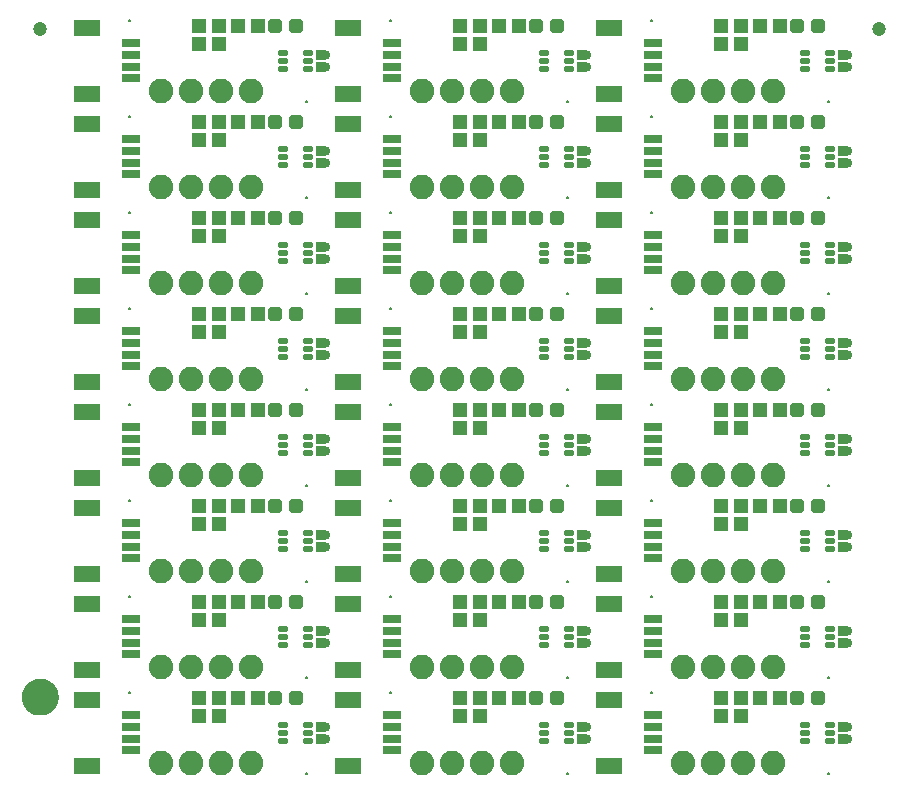
<source format=gts>
G04 EAGLE Gerber RS-274X export*
G75*
%MOMM*%
%FSLAX34Y34*%
%LPD*%
%INSoldermask Top*%
%IPPOS*%
%AMOC8*
5,1,8,0,0,1.08239X$1,22.5*%
G01*
%ADD10C,0.152400*%
%ADD11R,2.203200X1.403200*%
%ADD12R,1.553200X0.803200*%
%ADD13C,2.082800*%
%ADD14R,1.303200X1.203200*%
%ADD15C,0.505344*%
%ADD16C,0.379981*%
%ADD17C,0.762000*%
%ADD18R,0.812800X0.863600*%
%ADD19C,1.203200*%
%ADD20C,1.270000*%
%ADD21C,1.703200*%


D10*
X198790Y3810D02*
X198792Y3859D01*
X198798Y3907D01*
X198808Y3955D01*
X198822Y4002D01*
X198839Y4048D01*
X198860Y4092D01*
X198885Y4134D01*
X198913Y4174D01*
X198945Y4212D01*
X198979Y4247D01*
X199016Y4279D01*
X199055Y4308D01*
X199097Y4334D01*
X199141Y4356D01*
X199186Y4374D01*
X199233Y4389D01*
X199280Y4400D01*
X199329Y4407D01*
X199378Y4410D01*
X199427Y4409D01*
X199475Y4404D01*
X199524Y4395D01*
X199571Y4382D01*
X199617Y4365D01*
X199661Y4345D01*
X199704Y4321D01*
X199745Y4294D01*
X199783Y4263D01*
X199819Y4230D01*
X199851Y4194D01*
X199881Y4155D01*
X199908Y4114D01*
X199931Y4070D01*
X199950Y4025D01*
X199966Y3979D01*
X199978Y3932D01*
X199986Y3883D01*
X199990Y3834D01*
X199990Y3786D01*
X199986Y3737D01*
X199978Y3688D01*
X199966Y3641D01*
X199950Y3595D01*
X199931Y3550D01*
X199908Y3506D01*
X199881Y3465D01*
X199851Y3426D01*
X199819Y3390D01*
X199783Y3357D01*
X199745Y3326D01*
X199704Y3299D01*
X199661Y3275D01*
X199617Y3255D01*
X199571Y3238D01*
X199524Y3225D01*
X199475Y3216D01*
X199427Y3211D01*
X199378Y3210D01*
X199329Y3213D01*
X199280Y3220D01*
X199233Y3231D01*
X199186Y3246D01*
X199141Y3264D01*
X199097Y3286D01*
X199055Y3312D01*
X199016Y3341D01*
X198979Y3373D01*
X198945Y3408D01*
X198913Y3446D01*
X198885Y3486D01*
X198860Y3528D01*
X198839Y3572D01*
X198822Y3618D01*
X198808Y3665D01*
X198798Y3713D01*
X198792Y3761D01*
X198790Y3810D01*
X48930Y72390D02*
X48932Y72439D01*
X48938Y72487D01*
X48948Y72535D01*
X48962Y72582D01*
X48979Y72628D01*
X49000Y72672D01*
X49025Y72714D01*
X49053Y72754D01*
X49085Y72792D01*
X49119Y72827D01*
X49156Y72859D01*
X49195Y72888D01*
X49237Y72914D01*
X49281Y72936D01*
X49326Y72954D01*
X49373Y72969D01*
X49420Y72980D01*
X49469Y72987D01*
X49518Y72990D01*
X49567Y72989D01*
X49615Y72984D01*
X49664Y72975D01*
X49711Y72962D01*
X49757Y72945D01*
X49801Y72925D01*
X49844Y72901D01*
X49885Y72874D01*
X49923Y72843D01*
X49959Y72810D01*
X49991Y72774D01*
X50021Y72735D01*
X50048Y72694D01*
X50071Y72650D01*
X50090Y72605D01*
X50106Y72559D01*
X50118Y72512D01*
X50126Y72463D01*
X50130Y72414D01*
X50130Y72366D01*
X50126Y72317D01*
X50118Y72268D01*
X50106Y72221D01*
X50090Y72175D01*
X50071Y72130D01*
X50048Y72086D01*
X50021Y72045D01*
X49991Y72006D01*
X49959Y71970D01*
X49923Y71937D01*
X49885Y71906D01*
X49844Y71879D01*
X49801Y71855D01*
X49757Y71835D01*
X49711Y71818D01*
X49664Y71805D01*
X49615Y71796D01*
X49567Y71791D01*
X49518Y71790D01*
X49469Y71793D01*
X49420Y71800D01*
X49373Y71811D01*
X49326Y71826D01*
X49281Y71844D01*
X49237Y71866D01*
X49195Y71892D01*
X49156Y71921D01*
X49119Y71953D01*
X49085Y71988D01*
X49053Y72026D01*
X49025Y72066D01*
X49000Y72108D01*
X48979Y72152D01*
X48962Y72198D01*
X48948Y72245D01*
X48938Y72293D01*
X48932Y72341D01*
X48930Y72390D01*
D11*
X14050Y66100D03*
X14050Y10100D03*
D12*
X50800Y53100D03*
X50800Y43100D03*
X50800Y33100D03*
X50800Y23100D03*
D13*
X152400Y12700D03*
X127000Y12700D03*
X101600Y12700D03*
X76200Y12700D03*
D14*
X158360Y67310D03*
X141360Y67310D03*
D15*
X186890Y63820D02*
X186890Y70800D01*
X193870Y70800D01*
X193870Y63820D01*
X186890Y63820D01*
X186890Y68620D02*
X193870Y68620D01*
X169350Y70800D02*
X169350Y63820D01*
X169350Y70800D02*
X176330Y70800D01*
X176330Y63820D01*
X169350Y63820D01*
X169350Y68620D02*
X176330Y68620D01*
D14*
X125340Y52070D03*
X108340Y52070D03*
X125340Y67310D03*
X108340Y67310D03*
D16*
X198623Y32390D02*
X203459Y32390D01*
X203459Y30602D01*
X198623Y30602D01*
X198623Y32390D01*
X198623Y38994D02*
X203459Y38994D01*
X203459Y37206D01*
X198623Y37206D01*
X198623Y38994D01*
X198623Y45598D02*
X203459Y45598D01*
X203459Y43810D01*
X198623Y43810D01*
X198623Y45598D01*
X182377Y32390D02*
X177541Y32390D01*
X182377Y32390D02*
X182377Y30602D01*
X177541Y30602D01*
X177541Y32390D01*
X177541Y38994D02*
X182377Y38994D01*
X182377Y37206D01*
X177541Y37206D01*
X177541Y38994D01*
X177541Y45598D02*
X182377Y45598D01*
X182377Y43810D01*
X177541Y43810D01*
X177541Y45598D01*
D17*
X215900Y33020D03*
X215900Y43180D03*
D18*
X211836Y33020D03*
X211836Y43180D03*
D10*
X419770Y3810D02*
X419772Y3859D01*
X419778Y3907D01*
X419788Y3955D01*
X419802Y4002D01*
X419819Y4048D01*
X419840Y4092D01*
X419865Y4134D01*
X419893Y4174D01*
X419925Y4212D01*
X419959Y4247D01*
X419996Y4279D01*
X420035Y4308D01*
X420077Y4334D01*
X420121Y4356D01*
X420166Y4374D01*
X420213Y4389D01*
X420260Y4400D01*
X420309Y4407D01*
X420358Y4410D01*
X420407Y4409D01*
X420455Y4404D01*
X420504Y4395D01*
X420551Y4382D01*
X420597Y4365D01*
X420641Y4345D01*
X420684Y4321D01*
X420725Y4294D01*
X420763Y4263D01*
X420799Y4230D01*
X420831Y4194D01*
X420861Y4155D01*
X420888Y4114D01*
X420911Y4070D01*
X420930Y4025D01*
X420946Y3979D01*
X420958Y3932D01*
X420966Y3883D01*
X420970Y3834D01*
X420970Y3786D01*
X420966Y3737D01*
X420958Y3688D01*
X420946Y3641D01*
X420930Y3595D01*
X420911Y3550D01*
X420888Y3506D01*
X420861Y3465D01*
X420831Y3426D01*
X420799Y3390D01*
X420763Y3357D01*
X420725Y3326D01*
X420684Y3299D01*
X420641Y3275D01*
X420597Y3255D01*
X420551Y3238D01*
X420504Y3225D01*
X420455Y3216D01*
X420407Y3211D01*
X420358Y3210D01*
X420309Y3213D01*
X420260Y3220D01*
X420213Y3231D01*
X420166Y3246D01*
X420121Y3264D01*
X420077Y3286D01*
X420035Y3312D01*
X419996Y3341D01*
X419959Y3373D01*
X419925Y3408D01*
X419893Y3446D01*
X419865Y3486D01*
X419840Y3528D01*
X419819Y3572D01*
X419802Y3618D01*
X419788Y3665D01*
X419778Y3713D01*
X419772Y3761D01*
X419770Y3810D01*
X269910Y72390D02*
X269912Y72439D01*
X269918Y72487D01*
X269928Y72535D01*
X269942Y72582D01*
X269959Y72628D01*
X269980Y72672D01*
X270005Y72714D01*
X270033Y72754D01*
X270065Y72792D01*
X270099Y72827D01*
X270136Y72859D01*
X270175Y72888D01*
X270217Y72914D01*
X270261Y72936D01*
X270306Y72954D01*
X270353Y72969D01*
X270400Y72980D01*
X270449Y72987D01*
X270498Y72990D01*
X270547Y72989D01*
X270595Y72984D01*
X270644Y72975D01*
X270691Y72962D01*
X270737Y72945D01*
X270781Y72925D01*
X270824Y72901D01*
X270865Y72874D01*
X270903Y72843D01*
X270939Y72810D01*
X270971Y72774D01*
X271001Y72735D01*
X271028Y72694D01*
X271051Y72650D01*
X271070Y72605D01*
X271086Y72559D01*
X271098Y72512D01*
X271106Y72463D01*
X271110Y72414D01*
X271110Y72366D01*
X271106Y72317D01*
X271098Y72268D01*
X271086Y72221D01*
X271070Y72175D01*
X271051Y72130D01*
X271028Y72086D01*
X271001Y72045D01*
X270971Y72006D01*
X270939Y71970D01*
X270903Y71937D01*
X270865Y71906D01*
X270824Y71879D01*
X270781Y71855D01*
X270737Y71835D01*
X270691Y71818D01*
X270644Y71805D01*
X270595Y71796D01*
X270547Y71791D01*
X270498Y71790D01*
X270449Y71793D01*
X270400Y71800D01*
X270353Y71811D01*
X270306Y71826D01*
X270261Y71844D01*
X270217Y71866D01*
X270175Y71892D01*
X270136Y71921D01*
X270099Y71953D01*
X270065Y71988D01*
X270033Y72026D01*
X270005Y72066D01*
X269980Y72108D01*
X269959Y72152D01*
X269942Y72198D01*
X269928Y72245D01*
X269918Y72293D01*
X269912Y72341D01*
X269910Y72390D01*
D11*
X235030Y66100D03*
X235030Y10100D03*
D12*
X271780Y53100D03*
X271780Y43100D03*
X271780Y33100D03*
X271780Y23100D03*
D13*
X373380Y12700D03*
X347980Y12700D03*
X322580Y12700D03*
X297180Y12700D03*
D14*
X379340Y67310D03*
X362340Y67310D03*
D15*
X407870Y63820D02*
X407870Y70800D01*
X414850Y70800D01*
X414850Y63820D01*
X407870Y63820D01*
X407870Y68620D02*
X414850Y68620D01*
X390330Y70800D02*
X390330Y63820D01*
X390330Y70800D02*
X397310Y70800D01*
X397310Y63820D01*
X390330Y63820D01*
X390330Y68620D02*
X397310Y68620D01*
D14*
X346320Y52070D03*
X329320Y52070D03*
X346320Y67310D03*
X329320Y67310D03*
D16*
X419603Y32390D02*
X424439Y32390D01*
X424439Y30602D01*
X419603Y30602D01*
X419603Y32390D01*
X419603Y38994D02*
X424439Y38994D01*
X424439Y37206D01*
X419603Y37206D01*
X419603Y38994D01*
X419603Y45598D02*
X424439Y45598D01*
X424439Y43810D01*
X419603Y43810D01*
X419603Y45598D01*
X403357Y32390D02*
X398521Y32390D01*
X403357Y32390D02*
X403357Y30602D01*
X398521Y30602D01*
X398521Y32390D01*
X398521Y38994D02*
X403357Y38994D01*
X403357Y37206D01*
X398521Y37206D01*
X398521Y38994D01*
X398521Y45598D02*
X403357Y45598D01*
X403357Y43810D01*
X398521Y43810D01*
X398521Y45598D01*
D17*
X436880Y33020D03*
X436880Y43180D03*
D18*
X432816Y33020D03*
X432816Y43180D03*
D10*
X640750Y3810D02*
X640752Y3859D01*
X640758Y3907D01*
X640768Y3955D01*
X640782Y4002D01*
X640799Y4048D01*
X640820Y4092D01*
X640845Y4134D01*
X640873Y4174D01*
X640905Y4212D01*
X640939Y4247D01*
X640976Y4279D01*
X641015Y4308D01*
X641057Y4334D01*
X641101Y4356D01*
X641146Y4374D01*
X641193Y4389D01*
X641240Y4400D01*
X641289Y4407D01*
X641338Y4410D01*
X641387Y4409D01*
X641435Y4404D01*
X641484Y4395D01*
X641531Y4382D01*
X641577Y4365D01*
X641621Y4345D01*
X641664Y4321D01*
X641705Y4294D01*
X641743Y4263D01*
X641779Y4230D01*
X641811Y4194D01*
X641841Y4155D01*
X641868Y4114D01*
X641891Y4070D01*
X641910Y4025D01*
X641926Y3979D01*
X641938Y3932D01*
X641946Y3883D01*
X641950Y3834D01*
X641950Y3786D01*
X641946Y3737D01*
X641938Y3688D01*
X641926Y3641D01*
X641910Y3595D01*
X641891Y3550D01*
X641868Y3506D01*
X641841Y3465D01*
X641811Y3426D01*
X641779Y3390D01*
X641743Y3357D01*
X641705Y3326D01*
X641664Y3299D01*
X641621Y3275D01*
X641577Y3255D01*
X641531Y3238D01*
X641484Y3225D01*
X641435Y3216D01*
X641387Y3211D01*
X641338Y3210D01*
X641289Y3213D01*
X641240Y3220D01*
X641193Y3231D01*
X641146Y3246D01*
X641101Y3264D01*
X641057Y3286D01*
X641015Y3312D01*
X640976Y3341D01*
X640939Y3373D01*
X640905Y3408D01*
X640873Y3446D01*
X640845Y3486D01*
X640820Y3528D01*
X640799Y3572D01*
X640782Y3618D01*
X640768Y3665D01*
X640758Y3713D01*
X640752Y3761D01*
X640750Y3810D01*
X490890Y72390D02*
X490892Y72439D01*
X490898Y72487D01*
X490908Y72535D01*
X490922Y72582D01*
X490939Y72628D01*
X490960Y72672D01*
X490985Y72714D01*
X491013Y72754D01*
X491045Y72792D01*
X491079Y72827D01*
X491116Y72859D01*
X491155Y72888D01*
X491197Y72914D01*
X491241Y72936D01*
X491286Y72954D01*
X491333Y72969D01*
X491380Y72980D01*
X491429Y72987D01*
X491478Y72990D01*
X491527Y72989D01*
X491575Y72984D01*
X491624Y72975D01*
X491671Y72962D01*
X491717Y72945D01*
X491761Y72925D01*
X491804Y72901D01*
X491845Y72874D01*
X491883Y72843D01*
X491919Y72810D01*
X491951Y72774D01*
X491981Y72735D01*
X492008Y72694D01*
X492031Y72650D01*
X492050Y72605D01*
X492066Y72559D01*
X492078Y72512D01*
X492086Y72463D01*
X492090Y72414D01*
X492090Y72366D01*
X492086Y72317D01*
X492078Y72268D01*
X492066Y72221D01*
X492050Y72175D01*
X492031Y72130D01*
X492008Y72086D01*
X491981Y72045D01*
X491951Y72006D01*
X491919Y71970D01*
X491883Y71937D01*
X491845Y71906D01*
X491804Y71879D01*
X491761Y71855D01*
X491717Y71835D01*
X491671Y71818D01*
X491624Y71805D01*
X491575Y71796D01*
X491527Y71791D01*
X491478Y71790D01*
X491429Y71793D01*
X491380Y71800D01*
X491333Y71811D01*
X491286Y71826D01*
X491241Y71844D01*
X491197Y71866D01*
X491155Y71892D01*
X491116Y71921D01*
X491079Y71953D01*
X491045Y71988D01*
X491013Y72026D01*
X490985Y72066D01*
X490960Y72108D01*
X490939Y72152D01*
X490922Y72198D01*
X490908Y72245D01*
X490898Y72293D01*
X490892Y72341D01*
X490890Y72390D01*
D11*
X456010Y66100D03*
X456010Y10100D03*
D12*
X492760Y53100D03*
X492760Y43100D03*
X492760Y33100D03*
X492760Y23100D03*
D13*
X594360Y12700D03*
X568960Y12700D03*
X543560Y12700D03*
X518160Y12700D03*
D14*
X600320Y67310D03*
X583320Y67310D03*
D15*
X628850Y63820D02*
X628850Y70800D01*
X635830Y70800D01*
X635830Y63820D01*
X628850Y63820D01*
X628850Y68620D02*
X635830Y68620D01*
X611310Y70800D02*
X611310Y63820D01*
X611310Y70800D02*
X618290Y70800D01*
X618290Y63820D01*
X611310Y63820D01*
X611310Y68620D02*
X618290Y68620D01*
D14*
X567300Y52070D03*
X550300Y52070D03*
X567300Y67310D03*
X550300Y67310D03*
D16*
X640583Y32390D02*
X645419Y32390D01*
X645419Y30602D01*
X640583Y30602D01*
X640583Y32390D01*
X640583Y38994D02*
X645419Y38994D01*
X645419Y37206D01*
X640583Y37206D01*
X640583Y38994D01*
X640583Y45598D02*
X645419Y45598D01*
X645419Y43810D01*
X640583Y43810D01*
X640583Y45598D01*
X624337Y32390D02*
X619501Y32390D01*
X624337Y32390D02*
X624337Y30602D01*
X619501Y30602D01*
X619501Y32390D01*
X619501Y38994D02*
X624337Y38994D01*
X624337Y37206D01*
X619501Y37206D01*
X619501Y38994D01*
X619501Y45598D02*
X624337Y45598D01*
X624337Y43810D01*
X619501Y43810D01*
X619501Y45598D01*
D17*
X657860Y33020D03*
X657860Y43180D03*
D18*
X653796Y33020D03*
X653796Y43180D03*
D10*
X198790Y85090D02*
X198792Y85139D01*
X198798Y85187D01*
X198808Y85235D01*
X198822Y85282D01*
X198839Y85328D01*
X198860Y85372D01*
X198885Y85414D01*
X198913Y85454D01*
X198945Y85492D01*
X198979Y85527D01*
X199016Y85559D01*
X199055Y85588D01*
X199097Y85614D01*
X199141Y85636D01*
X199186Y85654D01*
X199233Y85669D01*
X199280Y85680D01*
X199329Y85687D01*
X199378Y85690D01*
X199427Y85689D01*
X199475Y85684D01*
X199524Y85675D01*
X199571Y85662D01*
X199617Y85645D01*
X199661Y85625D01*
X199704Y85601D01*
X199745Y85574D01*
X199783Y85543D01*
X199819Y85510D01*
X199851Y85474D01*
X199881Y85435D01*
X199908Y85394D01*
X199931Y85350D01*
X199950Y85305D01*
X199966Y85259D01*
X199978Y85212D01*
X199986Y85163D01*
X199990Y85114D01*
X199990Y85066D01*
X199986Y85017D01*
X199978Y84968D01*
X199966Y84921D01*
X199950Y84875D01*
X199931Y84830D01*
X199908Y84786D01*
X199881Y84745D01*
X199851Y84706D01*
X199819Y84670D01*
X199783Y84637D01*
X199745Y84606D01*
X199704Y84579D01*
X199661Y84555D01*
X199617Y84535D01*
X199571Y84518D01*
X199524Y84505D01*
X199475Y84496D01*
X199427Y84491D01*
X199378Y84490D01*
X199329Y84493D01*
X199280Y84500D01*
X199233Y84511D01*
X199186Y84526D01*
X199141Y84544D01*
X199097Y84566D01*
X199055Y84592D01*
X199016Y84621D01*
X198979Y84653D01*
X198945Y84688D01*
X198913Y84726D01*
X198885Y84766D01*
X198860Y84808D01*
X198839Y84852D01*
X198822Y84898D01*
X198808Y84945D01*
X198798Y84993D01*
X198792Y85041D01*
X198790Y85090D01*
X48930Y153670D02*
X48932Y153719D01*
X48938Y153767D01*
X48948Y153815D01*
X48962Y153862D01*
X48979Y153908D01*
X49000Y153952D01*
X49025Y153994D01*
X49053Y154034D01*
X49085Y154072D01*
X49119Y154107D01*
X49156Y154139D01*
X49195Y154168D01*
X49237Y154194D01*
X49281Y154216D01*
X49326Y154234D01*
X49373Y154249D01*
X49420Y154260D01*
X49469Y154267D01*
X49518Y154270D01*
X49567Y154269D01*
X49615Y154264D01*
X49664Y154255D01*
X49711Y154242D01*
X49757Y154225D01*
X49801Y154205D01*
X49844Y154181D01*
X49885Y154154D01*
X49923Y154123D01*
X49959Y154090D01*
X49991Y154054D01*
X50021Y154015D01*
X50048Y153974D01*
X50071Y153930D01*
X50090Y153885D01*
X50106Y153839D01*
X50118Y153792D01*
X50126Y153743D01*
X50130Y153694D01*
X50130Y153646D01*
X50126Y153597D01*
X50118Y153548D01*
X50106Y153501D01*
X50090Y153455D01*
X50071Y153410D01*
X50048Y153366D01*
X50021Y153325D01*
X49991Y153286D01*
X49959Y153250D01*
X49923Y153217D01*
X49885Y153186D01*
X49844Y153159D01*
X49801Y153135D01*
X49757Y153115D01*
X49711Y153098D01*
X49664Y153085D01*
X49615Y153076D01*
X49567Y153071D01*
X49518Y153070D01*
X49469Y153073D01*
X49420Y153080D01*
X49373Y153091D01*
X49326Y153106D01*
X49281Y153124D01*
X49237Y153146D01*
X49195Y153172D01*
X49156Y153201D01*
X49119Y153233D01*
X49085Y153268D01*
X49053Y153306D01*
X49025Y153346D01*
X49000Y153388D01*
X48979Y153432D01*
X48962Y153478D01*
X48948Y153525D01*
X48938Y153573D01*
X48932Y153621D01*
X48930Y153670D01*
D11*
X14050Y147380D03*
X14050Y91380D03*
D12*
X50800Y134380D03*
X50800Y124380D03*
X50800Y114380D03*
X50800Y104380D03*
D13*
X152400Y93980D03*
X127000Y93980D03*
X101600Y93980D03*
X76200Y93980D03*
D14*
X158360Y148590D03*
X141360Y148590D03*
D15*
X186890Y145100D02*
X186890Y152080D01*
X193870Y152080D01*
X193870Y145100D01*
X186890Y145100D01*
X186890Y149900D02*
X193870Y149900D01*
X169350Y152080D02*
X169350Y145100D01*
X169350Y152080D02*
X176330Y152080D01*
X176330Y145100D01*
X169350Y145100D01*
X169350Y149900D02*
X176330Y149900D01*
D14*
X125340Y133350D03*
X108340Y133350D03*
X125340Y148590D03*
X108340Y148590D03*
D16*
X198623Y113670D02*
X203459Y113670D01*
X203459Y111882D01*
X198623Y111882D01*
X198623Y113670D01*
X198623Y120274D02*
X203459Y120274D01*
X203459Y118486D01*
X198623Y118486D01*
X198623Y120274D01*
X198623Y126878D02*
X203459Y126878D01*
X203459Y125090D01*
X198623Y125090D01*
X198623Y126878D01*
X182377Y113670D02*
X177541Y113670D01*
X182377Y113670D02*
X182377Y111882D01*
X177541Y111882D01*
X177541Y113670D01*
X177541Y120274D02*
X182377Y120274D01*
X182377Y118486D01*
X177541Y118486D01*
X177541Y120274D01*
X177541Y126878D02*
X182377Y126878D01*
X182377Y125090D01*
X177541Y125090D01*
X177541Y126878D01*
D17*
X215900Y114300D03*
X215900Y124460D03*
D18*
X211836Y114300D03*
X211836Y124460D03*
D10*
X419770Y85090D02*
X419772Y85139D01*
X419778Y85187D01*
X419788Y85235D01*
X419802Y85282D01*
X419819Y85328D01*
X419840Y85372D01*
X419865Y85414D01*
X419893Y85454D01*
X419925Y85492D01*
X419959Y85527D01*
X419996Y85559D01*
X420035Y85588D01*
X420077Y85614D01*
X420121Y85636D01*
X420166Y85654D01*
X420213Y85669D01*
X420260Y85680D01*
X420309Y85687D01*
X420358Y85690D01*
X420407Y85689D01*
X420455Y85684D01*
X420504Y85675D01*
X420551Y85662D01*
X420597Y85645D01*
X420641Y85625D01*
X420684Y85601D01*
X420725Y85574D01*
X420763Y85543D01*
X420799Y85510D01*
X420831Y85474D01*
X420861Y85435D01*
X420888Y85394D01*
X420911Y85350D01*
X420930Y85305D01*
X420946Y85259D01*
X420958Y85212D01*
X420966Y85163D01*
X420970Y85114D01*
X420970Y85066D01*
X420966Y85017D01*
X420958Y84968D01*
X420946Y84921D01*
X420930Y84875D01*
X420911Y84830D01*
X420888Y84786D01*
X420861Y84745D01*
X420831Y84706D01*
X420799Y84670D01*
X420763Y84637D01*
X420725Y84606D01*
X420684Y84579D01*
X420641Y84555D01*
X420597Y84535D01*
X420551Y84518D01*
X420504Y84505D01*
X420455Y84496D01*
X420407Y84491D01*
X420358Y84490D01*
X420309Y84493D01*
X420260Y84500D01*
X420213Y84511D01*
X420166Y84526D01*
X420121Y84544D01*
X420077Y84566D01*
X420035Y84592D01*
X419996Y84621D01*
X419959Y84653D01*
X419925Y84688D01*
X419893Y84726D01*
X419865Y84766D01*
X419840Y84808D01*
X419819Y84852D01*
X419802Y84898D01*
X419788Y84945D01*
X419778Y84993D01*
X419772Y85041D01*
X419770Y85090D01*
X269910Y153670D02*
X269912Y153719D01*
X269918Y153767D01*
X269928Y153815D01*
X269942Y153862D01*
X269959Y153908D01*
X269980Y153952D01*
X270005Y153994D01*
X270033Y154034D01*
X270065Y154072D01*
X270099Y154107D01*
X270136Y154139D01*
X270175Y154168D01*
X270217Y154194D01*
X270261Y154216D01*
X270306Y154234D01*
X270353Y154249D01*
X270400Y154260D01*
X270449Y154267D01*
X270498Y154270D01*
X270547Y154269D01*
X270595Y154264D01*
X270644Y154255D01*
X270691Y154242D01*
X270737Y154225D01*
X270781Y154205D01*
X270824Y154181D01*
X270865Y154154D01*
X270903Y154123D01*
X270939Y154090D01*
X270971Y154054D01*
X271001Y154015D01*
X271028Y153974D01*
X271051Y153930D01*
X271070Y153885D01*
X271086Y153839D01*
X271098Y153792D01*
X271106Y153743D01*
X271110Y153694D01*
X271110Y153646D01*
X271106Y153597D01*
X271098Y153548D01*
X271086Y153501D01*
X271070Y153455D01*
X271051Y153410D01*
X271028Y153366D01*
X271001Y153325D01*
X270971Y153286D01*
X270939Y153250D01*
X270903Y153217D01*
X270865Y153186D01*
X270824Y153159D01*
X270781Y153135D01*
X270737Y153115D01*
X270691Y153098D01*
X270644Y153085D01*
X270595Y153076D01*
X270547Y153071D01*
X270498Y153070D01*
X270449Y153073D01*
X270400Y153080D01*
X270353Y153091D01*
X270306Y153106D01*
X270261Y153124D01*
X270217Y153146D01*
X270175Y153172D01*
X270136Y153201D01*
X270099Y153233D01*
X270065Y153268D01*
X270033Y153306D01*
X270005Y153346D01*
X269980Y153388D01*
X269959Y153432D01*
X269942Y153478D01*
X269928Y153525D01*
X269918Y153573D01*
X269912Y153621D01*
X269910Y153670D01*
D11*
X235030Y147380D03*
X235030Y91380D03*
D12*
X271780Y134380D03*
X271780Y124380D03*
X271780Y114380D03*
X271780Y104380D03*
D13*
X373380Y93980D03*
X347980Y93980D03*
X322580Y93980D03*
X297180Y93980D03*
D14*
X379340Y148590D03*
X362340Y148590D03*
D15*
X407870Y145100D02*
X407870Y152080D01*
X414850Y152080D01*
X414850Y145100D01*
X407870Y145100D01*
X407870Y149900D02*
X414850Y149900D01*
X390330Y152080D02*
X390330Y145100D01*
X390330Y152080D02*
X397310Y152080D01*
X397310Y145100D01*
X390330Y145100D01*
X390330Y149900D02*
X397310Y149900D01*
D14*
X346320Y133350D03*
X329320Y133350D03*
X346320Y148590D03*
X329320Y148590D03*
D16*
X419603Y113670D02*
X424439Y113670D01*
X424439Y111882D01*
X419603Y111882D01*
X419603Y113670D01*
X419603Y120274D02*
X424439Y120274D01*
X424439Y118486D01*
X419603Y118486D01*
X419603Y120274D01*
X419603Y126878D02*
X424439Y126878D01*
X424439Y125090D01*
X419603Y125090D01*
X419603Y126878D01*
X403357Y113670D02*
X398521Y113670D01*
X403357Y113670D02*
X403357Y111882D01*
X398521Y111882D01*
X398521Y113670D01*
X398521Y120274D02*
X403357Y120274D01*
X403357Y118486D01*
X398521Y118486D01*
X398521Y120274D01*
X398521Y126878D02*
X403357Y126878D01*
X403357Y125090D01*
X398521Y125090D01*
X398521Y126878D01*
D17*
X436880Y114300D03*
X436880Y124460D03*
D18*
X432816Y114300D03*
X432816Y124460D03*
D10*
X640750Y85090D02*
X640752Y85139D01*
X640758Y85187D01*
X640768Y85235D01*
X640782Y85282D01*
X640799Y85328D01*
X640820Y85372D01*
X640845Y85414D01*
X640873Y85454D01*
X640905Y85492D01*
X640939Y85527D01*
X640976Y85559D01*
X641015Y85588D01*
X641057Y85614D01*
X641101Y85636D01*
X641146Y85654D01*
X641193Y85669D01*
X641240Y85680D01*
X641289Y85687D01*
X641338Y85690D01*
X641387Y85689D01*
X641435Y85684D01*
X641484Y85675D01*
X641531Y85662D01*
X641577Y85645D01*
X641621Y85625D01*
X641664Y85601D01*
X641705Y85574D01*
X641743Y85543D01*
X641779Y85510D01*
X641811Y85474D01*
X641841Y85435D01*
X641868Y85394D01*
X641891Y85350D01*
X641910Y85305D01*
X641926Y85259D01*
X641938Y85212D01*
X641946Y85163D01*
X641950Y85114D01*
X641950Y85066D01*
X641946Y85017D01*
X641938Y84968D01*
X641926Y84921D01*
X641910Y84875D01*
X641891Y84830D01*
X641868Y84786D01*
X641841Y84745D01*
X641811Y84706D01*
X641779Y84670D01*
X641743Y84637D01*
X641705Y84606D01*
X641664Y84579D01*
X641621Y84555D01*
X641577Y84535D01*
X641531Y84518D01*
X641484Y84505D01*
X641435Y84496D01*
X641387Y84491D01*
X641338Y84490D01*
X641289Y84493D01*
X641240Y84500D01*
X641193Y84511D01*
X641146Y84526D01*
X641101Y84544D01*
X641057Y84566D01*
X641015Y84592D01*
X640976Y84621D01*
X640939Y84653D01*
X640905Y84688D01*
X640873Y84726D01*
X640845Y84766D01*
X640820Y84808D01*
X640799Y84852D01*
X640782Y84898D01*
X640768Y84945D01*
X640758Y84993D01*
X640752Y85041D01*
X640750Y85090D01*
X490890Y153670D02*
X490892Y153719D01*
X490898Y153767D01*
X490908Y153815D01*
X490922Y153862D01*
X490939Y153908D01*
X490960Y153952D01*
X490985Y153994D01*
X491013Y154034D01*
X491045Y154072D01*
X491079Y154107D01*
X491116Y154139D01*
X491155Y154168D01*
X491197Y154194D01*
X491241Y154216D01*
X491286Y154234D01*
X491333Y154249D01*
X491380Y154260D01*
X491429Y154267D01*
X491478Y154270D01*
X491527Y154269D01*
X491575Y154264D01*
X491624Y154255D01*
X491671Y154242D01*
X491717Y154225D01*
X491761Y154205D01*
X491804Y154181D01*
X491845Y154154D01*
X491883Y154123D01*
X491919Y154090D01*
X491951Y154054D01*
X491981Y154015D01*
X492008Y153974D01*
X492031Y153930D01*
X492050Y153885D01*
X492066Y153839D01*
X492078Y153792D01*
X492086Y153743D01*
X492090Y153694D01*
X492090Y153646D01*
X492086Y153597D01*
X492078Y153548D01*
X492066Y153501D01*
X492050Y153455D01*
X492031Y153410D01*
X492008Y153366D01*
X491981Y153325D01*
X491951Y153286D01*
X491919Y153250D01*
X491883Y153217D01*
X491845Y153186D01*
X491804Y153159D01*
X491761Y153135D01*
X491717Y153115D01*
X491671Y153098D01*
X491624Y153085D01*
X491575Y153076D01*
X491527Y153071D01*
X491478Y153070D01*
X491429Y153073D01*
X491380Y153080D01*
X491333Y153091D01*
X491286Y153106D01*
X491241Y153124D01*
X491197Y153146D01*
X491155Y153172D01*
X491116Y153201D01*
X491079Y153233D01*
X491045Y153268D01*
X491013Y153306D01*
X490985Y153346D01*
X490960Y153388D01*
X490939Y153432D01*
X490922Y153478D01*
X490908Y153525D01*
X490898Y153573D01*
X490892Y153621D01*
X490890Y153670D01*
D11*
X456010Y147380D03*
X456010Y91380D03*
D12*
X492760Y134380D03*
X492760Y124380D03*
X492760Y114380D03*
X492760Y104380D03*
D13*
X594360Y93980D03*
X568960Y93980D03*
X543560Y93980D03*
X518160Y93980D03*
D14*
X600320Y148590D03*
X583320Y148590D03*
D15*
X628850Y145100D02*
X628850Y152080D01*
X635830Y152080D01*
X635830Y145100D01*
X628850Y145100D01*
X628850Y149900D02*
X635830Y149900D01*
X611310Y152080D02*
X611310Y145100D01*
X611310Y152080D02*
X618290Y152080D01*
X618290Y145100D01*
X611310Y145100D01*
X611310Y149900D02*
X618290Y149900D01*
D14*
X567300Y133350D03*
X550300Y133350D03*
X567300Y148590D03*
X550300Y148590D03*
D16*
X640583Y113670D02*
X645419Y113670D01*
X645419Y111882D01*
X640583Y111882D01*
X640583Y113670D01*
X640583Y120274D02*
X645419Y120274D01*
X645419Y118486D01*
X640583Y118486D01*
X640583Y120274D01*
X640583Y126878D02*
X645419Y126878D01*
X645419Y125090D01*
X640583Y125090D01*
X640583Y126878D01*
X624337Y113670D02*
X619501Y113670D01*
X624337Y113670D02*
X624337Y111882D01*
X619501Y111882D01*
X619501Y113670D01*
X619501Y120274D02*
X624337Y120274D01*
X624337Y118486D01*
X619501Y118486D01*
X619501Y120274D01*
X619501Y126878D02*
X624337Y126878D01*
X624337Y125090D01*
X619501Y125090D01*
X619501Y126878D01*
D17*
X657860Y114300D03*
X657860Y124460D03*
D18*
X653796Y114300D03*
X653796Y124460D03*
D10*
X198790Y166370D02*
X198792Y166419D01*
X198798Y166467D01*
X198808Y166515D01*
X198822Y166562D01*
X198839Y166608D01*
X198860Y166652D01*
X198885Y166694D01*
X198913Y166734D01*
X198945Y166772D01*
X198979Y166807D01*
X199016Y166839D01*
X199055Y166868D01*
X199097Y166894D01*
X199141Y166916D01*
X199186Y166934D01*
X199233Y166949D01*
X199280Y166960D01*
X199329Y166967D01*
X199378Y166970D01*
X199427Y166969D01*
X199475Y166964D01*
X199524Y166955D01*
X199571Y166942D01*
X199617Y166925D01*
X199661Y166905D01*
X199704Y166881D01*
X199745Y166854D01*
X199783Y166823D01*
X199819Y166790D01*
X199851Y166754D01*
X199881Y166715D01*
X199908Y166674D01*
X199931Y166630D01*
X199950Y166585D01*
X199966Y166539D01*
X199978Y166492D01*
X199986Y166443D01*
X199990Y166394D01*
X199990Y166346D01*
X199986Y166297D01*
X199978Y166248D01*
X199966Y166201D01*
X199950Y166155D01*
X199931Y166110D01*
X199908Y166066D01*
X199881Y166025D01*
X199851Y165986D01*
X199819Y165950D01*
X199783Y165917D01*
X199745Y165886D01*
X199704Y165859D01*
X199661Y165835D01*
X199617Y165815D01*
X199571Y165798D01*
X199524Y165785D01*
X199475Y165776D01*
X199427Y165771D01*
X199378Y165770D01*
X199329Y165773D01*
X199280Y165780D01*
X199233Y165791D01*
X199186Y165806D01*
X199141Y165824D01*
X199097Y165846D01*
X199055Y165872D01*
X199016Y165901D01*
X198979Y165933D01*
X198945Y165968D01*
X198913Y166006D01*
X198885Y166046D01*
X198860Y166088D01*
X198839Y166132D01*
X198822Y166178D01*
X198808Y166225D01*
X198798Y166273D01*
X198792Y166321D01*
X198790Y166370D01*
X48930Y234950D02*
X48932Y234999D01*
X48938Y235047D01*
X48948Y235095D01*
X48962Y235142D01*
X48979Y235188D01*
X49000Y235232D01*
X49025Y235274D01*
X49053Y235314D01*
X49085Y235352D01*
X49119Y235387D01*
X49156Y235419D01*
X49195Y235448D01*
X49237Y235474D01*
X49281Y235496D01*
X49326Y235514D01*
X49373Y235529D01*
X49420Y235540D01*
X49469Y235547D01*
X49518Y235550D01*
X49567Y235549D01*
X49615Y235544D01*
X49664Y235535D01*
X49711Y235522D01*
X49757Y235505D01*
X49801Y235485D01*
X49844Y235461D01*
X49885Y235434D01*
X49923Y235403D01*
X49959Y235370D01*
X49991Y235334D01*
X50021Y235295D01*
X50048Y235254D01*
X50071Y235210D01*
X50090Y235165D01*
X50106Y235119D01*
X50118Y235072D01*
X50126Y235023D01*
X50130Y234974D01*
X50130Y234926D01*
X50126Y234877D01*
X50118Y234828D01*
X50106Y234781D01*
X50090Y234735D01*
X50071Y234690D01*
X50048Y234646D01*
X50021Y234605D01*
X49991Y234566D01*
X49959Y234530D01*
X49923Y234497D01*
X49885Y234466D01*
X49844Y234439D01*
X49801Y234415D01*
X49757Y234395D01*
X49711Y234378D01*
X49664Y234365D01*
X49615Y234356D01*
X49567Y234351D01*
X49518Y234350D01*
X49469Y234353D01*
X49420Y234360D01*
X49373Y234371D01*
X49326Y234386D01*
X49281Y234404D01*
X49237Y234426D01*
X49195Y234452D01*
X49156Y234481D01*
X49119Y234513D01*
X49085Y234548D01*
X49053Y234586D01*
X49025Y234626D01*
X49000Y234668D01*
X48979Y234712D01*
X48962Y234758D01*
X48948Y234805D01*
X48938Y234853D01*
X48932Y234901D01*
X48930Y234950D01*
D11*
X14050Y228660D03*
X14050Y172660D03*
D12*
X50800Y215660D03*
X50800Y205660D03*
X50800Y195660D03*
X50800Y185660D03*
D13*
X152400Y175260D03*
X127000Y175260D03*
X101600Y175260D03*
X76200Y175260D03*
D14*
X158360Y229870D03*
X141360Y229870D03*
D15*
X186890Y226380D02*
X186890Y233360D01*
X193870Y233360D01*
X193870Y226380D01*
X186890Y226380D01*
X186890Y231180D02*
X193870Y231180D01*
X169350Y233360D02*
X169350Y226380D01*
X169350Y233360D02*
X176330Y233360D01*
X176330Y226380D01*
X169350Y226380D01*
X169350Y231180D02*
X176330Y231180D01*
D14*
X125340Y214630D03*
X108340Y214630D03*
X125340Y229870D03*
X108340Y229870D03*
D16*
X198623Y194950D02*
X203459Y194950D01*
X203459Y193162D01*
X198623Y193162D01*
X198623Y194950D01*
X198623Y201554D02*
X203459Y201554D01*
X203459Y199766D01*
X198623Y199766D01*
X198623Y201554D01*
X198623Y208158D02*
X203459Y208158D01*
X203459Y206370D01*
X198623Y206370D01*
X198623Y208158D01*
X182377Y194950D02*
X177541Y194950D01*
X182377Y194950D02*
X182377Y193162D01*
X177541Y193162D01*
X177541Y194950D01*
X177541Y201554D02*
X182377Y201554D01*
X182377Y199766D01*
X177541Y199766D01*
X177541Y201554D01*
X177541Y208158D02*
X182377Y208158D01*
X182377Y206370D01*
X177541Y206370D01*
X177541Y208158D01*
D17*
X215900Y195580D03*
X215900Y205740D03*
D18*
X211836Y195580D03*
X211836Y205740D03*
D10*
X419770Y166370D02*
X419772Y166419D01*
X419778Y166467D01*
X419788Y166515D01*
X419802Y166562D01*
X419819Y166608D01*
X419840Y166652D01*
X419865Y166694D01*
X419893Y166734D01*
X419925Y166772D01*
X419959Y166807D01*
X419996Y166839D01*
X420035Y166868D01*
X420077Y166894D01*
X420121Y166916D01*
X420166Y166934D01*
X420213Y166949D01*
X420260Y166960D01*
X420309Y166967D01*
X420358Y166970D01*
X420407Y166969D01*
X420455Y166964D01*
X420504Y166955D01*
X420551Y166942D01*
X420597Y166925D01*
X420641Y166905D01*
X420684Y166881D01*
X420725Y166854D01*
X420763Y166823D01*
X420799Y166790D01*
X420831Y166754D01*
X420861Y166715D01*
X420888Y166674D01*
X420911Y166630D01*
X420930Y166585D01*
X420946Y166539D01*
X420958Y166492D01*
X420966Y166443D01*
X420970Y166394D01*
X420970Y166346D01*
X420966Y166297D01*
X420958Y166248D01*
X420946Y166201D01*
X420930Y166155D01*
X420911Y166110D01*
X420888Y166066D01*
X420861Y166025D01*
X420831Y165986D01*
X420799Y165950D01*
X420763Y165917D01*
X420725Y165886D01*
X420684Y165859D01*
X420641Y165835D01*
X420597Y165815D01*
X420551Y165798D01*
X420504Y165785D01*
X420455Y165776D01*
X420407Y165771D01*
X420358Y165770D01*
X420309Y165773D01*
X420260Y165780D01*
X420213Y165791D01*
X420166Y165806D01*
X420121Y165824D01*
X420077Y165846D01*
X420035Y165872D01*
X419996Y165901D01*
X419959Y165933D01*
X419925Y165968D01*
X419893Y166006D01*
X419865Y166046D01*
X419840Y166088D01*
X419819Y166132D01*
X419802Y166178D01*
X419788Y166225D01*
X419778Y166273D01*
X419772Y166321D01*
X419770Y166370D01*
X269910Y234950D02*
X269912Y234999D01*
X269918Y235047D01*
X269928Y235095D01*
X269942Y235142D01*
X269959Y235188D01*
X269980Y235232D01*
X270005Y235274D01*
X270033Y235314D01*
X270065Y235352D01*
X270099Y235387D01*
X270136Y235419D01*
X270175Y235448D01*
X270217Y235474D01*
X270261Y235496D01*
X270306Y235514D01*
X270353Y235529D01*
X270400Y235540D01*
X270449Y235547D01*
X270498Y235550D01*
X270547Y235549D01*
X270595Y235544D01*
X270644Y235535D01*
X270691Y235522D01*
X270737Y235505D01*
X270781Y235485D01*
X270824Y235461D01*
X270865Y235434D01*
X270903Y235403D01*
X270939Y235370D01*
X270971Y235334D01*
X271001Y235295D01*
X271028Y235254D01*
X271051Y235210D01*
X271070Y235165D01*
X271086Y235119D01*
X271098Y235072D01*
X271106Y235023D01*
X271110Y234974D01*
X271110Y234926D01*
X271106Y234877D01*
X271098Y234828D01*
X271086Y234781D01*
X271070Y234735D01*
X271051Y234690D01*
X271028Y234646D01*
X271001Y234605D01*
X270971Y234566D01*
X270939Y234530D01*
X270903Y234497D01*
X270865Y234466D01*
X270824Y234439D01*
X270781Y234415D01*
X270737Y234395D01*
X270691Y234378D01*
X270644Y234365D01*
X270595Y234356D01*
X270547Y234351D01*
X270498Y234350D01*
X270449Y234353D01*
X270400Y234360D01*
X270353Y234371D01*
X270306Y234386D01*
X270261Y234404D01*
X270217Y234426D01*
X270175Y234452D01*
X270136Y234481D01*
X270099Y234513D01*
X270065Y234548D01*
X270033Y234586D01*
X270005Y234626D01*
X269980Y234668D01*
X269959Y234712D01*
X269942Y234758D01*
X269928Y234805D01*
X269918Y234853D01*
X269912Y234901D01*
X269910Y234950D01*
D11*
X235030Y228660D03*
X235030Y172660D03*
D12*
X271780Y215660D03*
X271780Y205660D03*
X271780Y195660D03*
X271780Y185660D03*
D13*
X373380Y175260D03*
X347980Y175260D03*
X322580Y175260D03*
X297180Y175260D03*
D14*
X379340Y229870D03*
X362340Y229870D03*
D15*
X407870Y226380D02*
X407870Y233360D01*
X414850Y233360D01*
X414850Y226380D01*
X407870Y226380D01*
X407870Y231180D02*
X414850Y231180D01*
X390330Y233360D02*
X390330Y226380D01*
X390330Y233360D02*
X397310Y233360D01*
X397310Y226380D01*
X390330Y226380D01*
X390330Y231180D02*
X397310Y231180D01*
D14*
X346320Y214630D03*
X329320Y214630D03*
X346320Y229870D03*
X329320Y229870D03*
D16*
X419603Y194950D02*
X424439Y194950D01*
X424439Y193162D01*
X419603Y193162D01*
X419603Y194950D01*
X419603Y201554D02*
X424439Y201554D01*
X424439Y199766D01*
X419603Y199766D01*
X419603Y201554D01*
X419603Y208158D02*
X424439Y208158D01*
X424439Y206370D01*
X419603Y206370D01*
X419603Y208158D01*
X403357Y194950D02*
X398521Y194950D01*
X403357Y194950D02*
X403357Y193162D01*
X398521Y193162D01*
X398521Y194950D01*
X398521Y201554D02*
X403357Y201554D01*
X403357Y199766D01*
X398521Y199766D01*
X398521Y201554D01*
X398521Y208158D02*
X403357Y208158D01*
X403357Y206370D01*
X398521Y206370D01*
X398521Y208158D01*
D17*
X436880Y195580D03*
X436880Y205740D03*
D18*
X432816Y195580D03*
X432816Y205740D03*
D10*
X640750Y166370D02*
X640752Y166419D01*
X640758Y166467D01*
X640768Y166515D01*
X640782Y166562D01*
X640799Y166608D01*
X640820Y166652D01*
X640845Y166694D01*
X640873Y166734D01*
X640905Y166772D01*
X640939Y166807D01*
X640976Y166839D01*
X641015Y166868D01*
X641057Y166894D01*
X641101Y166916D01*
X641146Y166934D01*
X641193Y166949D01*
X641240Y166960D01*
X641289Y166967D01*
X641338Y166970D01*
X641387Y166969D01*
X641435Y166964D01*
X641484Y166955D01*
X641531Y166942D01*
X641577Y166925D01*
X641621Y166905D01*
X641664Y166881D01*
X641705Y166854D01*
X641743Y166823D01*
X641779Y166790D01*
X641811Y166754D01*
X641841Y166715D01*
X641868Y166674D01*
X641891Y166630D01*
X641910Y166585D01*
X641926Y166539D01*
X641938Y166492D01*
X641946Y166443D01*
X641950Y166394D01*
X641950Y166346D01*
X641946Y166297D01*
X641938Y166248D01*
X641926Y166201D01*
X641910Y166155D01*
X641891Y166110D01*
X641868Y166066D01*
X641841Y166025D01*
X641811Y165986D01*
X641779Y165950D01*
X641743Y165917D01*
X641705Y165886D01*
X641664Y165859D01*
X641621Y165835D01*
X641577Y165815D01*
X641531Y165798D01*
X641484Y165785D01*
X641435Y165776D01*
X641387Y165771D01*
X641338Y165770D01*
X641289Y165773D01*
X641240Y165780D01*
X641193Y165791D01*
X641146Y165806D01*
X641101Y165824D01*
X641057Y165846D01*
X641015Y165872D01*
X640976Y165901D01*
X640939Y165933D01*
X640905Y165968D01*
X640873Y166006D01*
X640845Y166046D01*
X640820Y166088D01*
X640799Y166132D01*
X640782Y166178D01*
X640768Y166225D01*
X640758Y166273D01*
X640752Y166321D01*
X640750Y166370D01*
X490890Y234950D02*
X490892Y234999D01*
X490898Y235047D01*
X490908Y235095D01*
X490922Y235142D01*
X490939Y235188D01*
X490960Y235232D01*
X490985Y235274D01*
X491013Y235314D01*
X491045Y235352D01*
X491079Y235387D01*
X491116Y235419D01*
X491155Y235448D01*
X491197Y235474D01*
X491241Y235496D01*
X491286Y235514D01*
X491333Y235529D01*
X491380Y235540D01*
X491429Y235547D01*
X491478Y235550D01*
X491527Y235549D01*
X491575Y235544D01*
X491624Y235535D01*
X491671Y235522D01*
X491717Y235505D01*
X491761Y235485D01*
X491804Y235461D01*
X491845Y235434D01*
X491883Y235403D01*
X491919Y235370D01*
X491951Y235334D01*
X491981Y235295D01*
X492008Y235254D01*
X492031Y235210D01*
X492050Y235165D01*
X492066Y235119D01*
X492078Y235072D01*
X492086Y235023D01*
X492090Y234974D01*
X492090Y234926D01*
X492086Y234877D01*
X492078Y234828D01*
X492066Y234781D01*
X492050Y234735D01*
X492031Y234690D01*
X492008Y234646D01*
X491981Y234605D01*
X491951Y234566D01*
X491919Y234530D01*
X491883Y234497D01*
X491845Y234466D01*
X491804Y234439D01*
X491761Y234415D01*
X491717Y234395D01*
X491671Y234378D01*
X491624Y234365D01*
X491575Y234356D01*
X491527Y234351D01*
X491478Y234350D01*
X491429Y234353D01*
X491380Y234360D01*
X491333Y234371D01*
X491286Y234386D01*
X491241Y234404D01*
X491197Y234426D01*
X491155Y234452D01*
X491116Y234481D01*
X491079Y234513D01*
X491045Y234548D01*
X491013Y234586D01*
X490985Y234626D01*
X490960Y234668D01*
X490939Y234712D01*
X490922Y234758D01*
X490908Y234805D01*
X490898Y234853D01*
X490892Y234901D01*
X490890Y234950D01*
D11*
X456010Y228660D03*
X456010Y172660D03*
D12*
X492760Y215660D03*
X492760Y205660D03*
X492760Y195660D03*
X492760Y185660D03*
D13*
X594360Y175260D03*
X568960Y175260D03*
X543560Y175260D03*
X518160Y175260D03*
D14*
X600320Y229870D03*
X583320Y229870D03*
D15*
X628850Y226380D02*
X628850Y233360D01*
X635830Y233360D01*
X635830Y226380D01*
X628850Y226380D01*
X628850Y231180D02*
X635830Y231180D01*
X611310Y233360D02*
X611310Y226380D01*
X611310Y233360D02*
X618290Y233360D01*
X618290Y226380D01*
X611310Y226380D01*
X611310Y231180D02*
X618290Y231180D01*
D14*
X567300Y214630D03*
X550300Y214630D03*
X567300Y229870D03*
X550300Y229870D03*
D16*
X640583Y194950D02*
X645419Y194950D01*
X645419Y193162D01*
X640583Y193162D01*
X640583Y194950D01*
X640583Y201554D02*
X645419Y201554D01*
X645419Y199766D01*
X640583Y199766D01*
X640583Y201554D01*
X640583Y208158D02*
X645419Y208158D01*
X645419Y206370D01*
X640583Y206370D01*
X640583Y208158D01*
X624337Y194950D02*
X619501Y194950D01*
X624337Y194950D02*
X624337Y193162D01*
X619501Y193162D01*
X619501Y194950D01*
X619501Y201554D02*
X624337Y201554D01*
X624337Y199766D01*
X619501Y199766D01*
X619501Y201554D01*
X619501Y208158D02*
X624337Y208158D01*
X624337Y206370D01*
X619501Y206370D01*
X619501Y208158D01*
D17*
X657860Y195580D03*
X657860Y205740D03*
D18*
X653796Y195580D03*
X653796Y205740D03*
D10*
X198790Y247650D02*
X198792Y247699D01*
X198798Y247747D01*
X198808Y247795D01*
X198822Y247842D01*
X198839Y247888D01*
X198860Y247932D01*
X198885Y247974D01*
X198913Y248014D01*
X198945Y248052D01*
X198979Y248087D01*
X199016Y248119D01*
X199055Y248148D01*
X199097Y248174D01*
X199141Y248196D01*
X199186Y248214D01*
X199233Y248229D01*
X199280Y248240D01*
X199329Y248247D01*
X199378Y248250D01*
X199427Y248249D01*
X199475Y248244D01*
X199524Y248235D01*
X199571Y248222D01*
X199617Y248205D01*
X199661Y248185D01*
X199704Y248161D01*
X199745Y248134D01*
X199783Y248103D01*
X199819Y248070D01*
X199851Y248034D01*
X199881Y247995D01*
X199908Y247954D01*
X199931Y247910D01*
X199950Y247865D01*
X199966Y247819D01*
X199978Y247772D01*
X199986Y247723D01*
X199990Y247674D01*
X199990Y247626D01*
X199986Y247577D01*
X199978Y247528D01*
X199966Y247481D01*
X199950Y247435D01*
X199931Y247390D01*
X199908Y247346D01*
X199881Y247305D01*
X199851Y247266D01*
X199819Y247230D01*
X199783Y247197D01*
X199745Y247166D01*
X199704Y247139D01*
X199661Y247115D01*
X199617Y247095D01*
X199571Y247078D01*
X199524Y247065D01*
X199475Y247056D01*
X199427Y247051D01*
X199378Y247050D01*
X199329Y247053D01*
X199280Y247060D01*
X199233Y247071D01*
X199186Y247086D01*
X199141Y247104D01*
X199097Y247126D01*
X199055Y247152D01*
X199016Y247181D01*
X198979Y247213D01*
X198945Y247248D01*
X198913Y247286D01*
X198885Y247326D01*
X198860Y247368D01*
X198839Y247412D01*
X198822Y247458D01*
X198808Y247505D01*
X198798Y247553D01*
X198792Y247601D01*
X198790Y247650D01*
X48930Y316230D02*
X48932Y316279D01*
X48938Y316327D01*
X48948Y316375D01*
X48962Y316422D01*
X48979Y316468D01*
X49000Y316512D01*
X49025Y316554D01*
X49053Y316594D01*
X49085Y316632D01*
X49119Y316667D01*
X49156Y316699D01*
X49195Y316728D01*
X49237Y316754D01*
X49281Y316776D01*
X49326Y316794D01*
X49373Y316809D01*
X49420Y316820D01*
X49469Y316827D01*
X49518Y316830D01*
X49567Y316829D01*
X49615Y316824D01*
X49664Y316815D01*
X49711Y316802D01*
X49757Y316785D01*
X49801Y316765D01*
X49844Y316741D01*
X49885Y316714D01*
X49923Y316683D01*
X49959Y316650D01*
X49991Y316614D01*
X50021Y316575D01*
X50048Y316534D01*
X50071Y316490D01*
X50090Y316445D01*
X50106Y316399D01*
X50118Y316352D01*
X50126Y316303D01*
X50130Y316254D01*
X50130Y316206D01*
X50126Y316157D01*
X50118Y316108D01*
X50106Y316061D01*
X50090Y316015D01*
X50071Y315970D01*
X50048Y315926D01*
X50021Y315885D01*
X49991Y315846D01*
X49959Y315810D01*
X49923Y315777D01*
X49885Y315746D01*
X49844Y315719D01*
X49801Y315695D01*
X49757Y315675D01*
X49711Y315658D01*
X49664Y315645D01*
X49615Y315636D01*
X49567Y315631D01*
X49518Y315630D01*
X49469Y315633D01*
X49420Y315640D01*
X49373Y315651D01*
X49326Y315666D01*
X49281Y315684D01*
X49237Y315706D01*
X49195Y315732D01*
X49156Y315761D01*
X49119Y315793D01*
X49085Y315828D01*
X49053Y315866D01*
X49025Y315906D01*
X49000Y315948D01*
X48979Y315992D01*
X48962Y316038D01*
X48948Y316085D01*
X48938Y316133D01*
X48932Y316181D01*
X48930Y316230D01*
D11*
X14050Y309940D03*
X14050Y253940D03*
D12*
X50800Y296940D03*
X50800Y286940D03*
X50800Y276940D03*
X50800Y266940D03*
D13*
X152400Y256540D03*
X127000Y256540D03*
X101600Y256540D03*
X76200Y256540D03*
D14*
X158360Y311150D03*
X141360Y311150D03*
D15*
X186890Y307660D02*
X186890Y314640D01*
X193870Y314640D01*
X193870Y307660D01*
X186890Y307660D01*
X186890Y312460D02*
X193870Y312460D01*
X169350Y314640D02*
X169350Y307660D01*
X169350Y314640D02*
X176330Y314640D01*
X176330Y307660D01*
X169350Y307660D01*
X169350Y312460D02*
X176330Y312460D01*
D14*
X125340Y295910D03*
X108340Y295910D03*
X125340Y311150D03*
X108340Y311150D03*
D16*
X198623Y276230D02*
X203459Y276230D01*
X203459Y274442D01*
X198623Y274442D01*
X198623Y276230D01*
X198623Y282834D02*
X203459Y282834D01*
X203459Y281046D01*
X198623Y281046D01*
X198623Y282834D01*
X198623Y289438D02*
X203459Y289438D01*
X203459Y287650D01*
X198623Y287650D01*
X198623Y289438D01*
X182377Y276230D02*
X177541Y276230D01*
X182377Y276230D02*
X182377Y274442D01*
X177541Y274442D01*
X177541Y276230D01*
X177541Y282834D02*
X182377Y282834D01*
X182377Y281046D01*
X177541Y281046D01*
X177541Y282834D01*
X177541Y289438D02*
X182377Y289438D01*
X182377Y287650D01*
X177541Y287650D01*
X177541Y289438D01*
D17*
X215900Y276860D03*
X215900Y287020D03*
D18*
X211836Y276860D03*
X211836Y287020D03*
D10*
X419770Y247650D02*
X419772Y247699D01*
X419778Y247747D01*
X419788Y247795D01*
X419802Y247842D01*
X419819Y247888D01*
X419840Y247932D01*
X419865Y247974D01*
X419893Y248014D01*
X419925Y248052D01*
X419959Y248087D01*
X419996Y248119D01*
X420035Y248148D01*
X420077Y248174D01*
X420121Y248196D01*
X420166Y248214D01*
X420213Y248229D01*
X420260Y248240D01*
X420309Y248247D01*
X420358Y248250D01*
X420407Y248249D01*
X420455Y248244D01*
X420504Y248235D01*
X420551Y248222D01*
X420597Y248205D01*
X420641Y248185D01*
X420684Y248161D01*
X420725Y248134D01*
X420763Y248103D01*
X420799Y248070D01*
X420831Y248034D01*
X420861Y247995D01*
X420888Y247954D01*
X420911Y247910D01*
X420930Y247865D01*
X420946Y247819D01*
X420958Y247772D01*
X420966Y247723D01*
X420970Y247674D01*
X420970Y247626D01*
X420966Y247577D01*
X420958Y247528D01*
X420946Y247481D01*
X420930Y247435D01*
X420911Y247390D01*
X420888Y247346D01*
X420861Y247305D01*
X420831Y247266D01*
X420799Y247230D01*
X420763Y247197D01*
X420725Y247166D01*
X420684Y247139D01*
X420641Y247115D01*
X420597Y247095D01*
X420551Y247078D01*
X420504Y247065D01*
X420455Y247056D01*
X420407Y247051D01*
X420358Y247050D01*
X420309Y247053D01*
X420260Y247060D01*
X420213Y247071D01*
X420166Y247086D01*
X420121Y247104D01*
X420077Y247126D01*
X420035Y247152D01*
X419996Y247181D01*
X419959Y247213D01*
X419925Y247248D01*
X419893Y247286D01*
X419865Y247326D01*
X419840Y247368D01*
X419819Y247412D01*
X419802Y247458D01*
X419788Y247505D01*
X419778Y247553D01*
X419772Y247601D01*
X419770Y247650D01*
X269910Y316230D02*
X269912Y316279D01*
X269918Y316327D01*
X269928Y316375D01*
X269942Y316422D01*
X269959Y316468D01*
X269980Y316512D01*
X270005Y316554D01*
X270033Y316594D01*
X270065Y316632D01*
X270099Y316667D01*
X270136Y316699D01*
X270175Y316728D01*
X270217Y316754D01*
X270261Y316776D01*
X270306Y316794D01*
X270353Y316809D01*
X270400Y316820D01*
X270449Y316827D01*
X270498Y316830D01*
X270547Y316829D01*
X270595Y316824D01*
X270644Y316815D01*
X270691Y316802D01*
X270737Y316785D01*
X270781Y316765D01*
X270824Y316741D01*
X270865Y316714D01*
X270903Y316683D01*
X270939Y316650D01*
X270971Y316614D01*
X271001Y316575D01*
X271028Y316534D01*
X271051Y316490D01*
X271070Y316445D01*
X271086Y316399D01*
X271098Y316352D01*
X271106Y316303D01*
X271110Y316254D01*
X271110Y316206D01*
X271106Y316157D01*
X271098Y316108D01*
X271086Y316061D01*
X271070Y316015D01*
X271051Y315970D01*
X271028Y315926D01*
X271001Y315885D01*
X270971Y315846D01*
X270939Y315810D01*
X270903Y315777D01*
X270865Y315746D01*
X270824Y315719D01*
X270781Y315695D01*
X270737Y315675D01*
X270691Y315658D01*
X270644Y315645D01*
X270595Y315636D01*
X270547Y315631D01*
X270498Y315630D01*
X270449Y315633D01*
X270400Y315640D01*
X270353Y315651D01*
X270306Y315666D01*
X270261Y315684D01*
X270217Y315706D01*
X270175Y315732D01*
X270136Y315761D01*
X270099Y315793D01*
X270065Y315828D01*
X270033Y315866D01*
X270005Y315906D01*
X269980Y315948D01*
X269959Y315992D01*
X269942Y316038D01*
X269928Y316085D01*
X269918Y316133D01*
X269912Y316181D01*
X269910Y316230D01*
D11*
X235030Y309940D03*
X235030Y253940D03*
D12*
X271780Y296940D03*
X271780Y286940D03*
X271780Y276940D03*
X271780Y266940D03*
D13*
X373380Y256540D03*
X347980Y256540D03*
X322580Y256540D03*
X297180Y256540D03*
D14*
X379340Y311150D03*
X362340Y311150D03*
D15*
X407870Y307660D02*
X407870Y314640D01*
X414850Y314640D01*
X414850Y307660D01*
X407870Y307660D01*
X407870Y312460D02*
X414850Y312460D01*
X390330Y314640D02*
X390330Y307660D01*
X390330Y314640D02*
X397310Y314640D01*
X397310Y307660D01*
X390330Y307660D01*
X390330Y312460D02*
X397310Y312460D01*
D14*
X346320Y295910D03*
X329320Y295910D03*
X346320Y311150D03*
X329320Y311150D03*
D16*
X419603Y276230D02*
X424439Y276230D01*
X424439Y274442D01*
X419603Y274442D01*
X419603Y276230D01*
X419603Y282834D02*
X424439Y282834D01*
X424439Y281046D01*
X419603Y281046D01*
X419603Y282834D01*
X419603Y289438D02*
X424439Y289438D01*
X424439Y287650D01*
X419603Y287650D01*
X419603Y289438D01*
X403357Y276230D02*
X398521Y276230D01*
X403357Y276230D02*
X403357Y274442D01*
X398521Y274442D01*
X398521Y276230D01*
X398521Y282834D02*
X403357Y282834D01*
X403357Y281046D01*
X398521Y281046D01*
X398521Y282834D01*
X398521Y289438D02*
X403357Y289438D01*
X403357Y287650D01*
X398521Y287650D01*
X398521Y289438D01*
D17*
X436880Y276860D03*
X436880Y287020D03*
D18*
X432816Y276860D03*
X432816Y287020D03*
D10*
X640750Y247650D02*
X640752Y247699D01*
X640758Y247747D01*
X640768Y247795D01*
X640782Y247842D01*
X640799Y247888D01*
X640820Y247932D01*
X640845Y247974D01*
X640873Y248014D01*
X640905Y248052D01*
X640939Y248087D01*
X640976Y248119D01*
X641015Y248148D01*
X641057Y248174D01*
X641101Y248196D01*
X641146Y248214D01*
X641193Y248229D01*
X641240Y248240D01*
X641289Y248247D01*
X641338Y248250D01*
X641387Y248249D01*
X641435Y248244D01*
X641484Y248235D01*
X641531Y248222D01*
X641577Y248205D01*
X641621Y248185D01*
X641664Y248161D01*
X641705Y248134D01*
X641743Y248103D01*
X641779Y248070D01*
X641811Y248034D01*
X641841Y247995D01*
X641868Y247954D01*
X641891Y247910D01*
X641910Y247865D01*
X641926Y247819D01*
X641938Y247772D01*
X641946Y247723D01*
X641950Y247674D01*
X641950Y247626D01*
X641946Y247577D01*
X641938Y247528D01*
X641926Y247481D01*
X641910Y247435D01*
X641891Y247390D01*
X641868Y247346D01*
X641841Y247305D01*
X641811Y247266D01*
X641779Y247230D01*
X641743Y247197D01*
X641705Y247166D01*
X641664Y247139D01*
X641621Y247115D01*
X641577Y247095D01*
X641531Y247078D01*
X641484Y247065D01*
X641435Y247056D01*
X641387Y247051D01*
X641338Y247050D01*
X641289Y247053D01*
X641240Y247060D01*
X641193Y247071D01*
X641146Y247086D01*
X641101Y247104D01*
X641057Y247126D01*
X641015Y247152D01*
X640976Y247181D01*
X640939Y247213D01*
X640905Y247248D01*
X640873Y247286D01*
X640845Y247326D01*
X640820Y247368D01*
X640799Y247412D01*
X640782Y247458D01*
X640768Y247505D01*
X640758Y247553D01*
X640752Y247601D01*
X640750Y247650D01*
X490890Y316230D02*
X490892Y316279D01*
X490898Y316327D01*
X490908Y316375D01*
X490922Y316422D01*
X490939Y316468D01*
X490960Y316512D01*
X490985Y316554D01*
X491013Y316594D01*
X491045Y316632D01*
X491079Y316667D01*
X491116Y316699D01*
X491155Y316728D01*
X491197Y316754D01*
X491241Y316776D01*
X491286Y316794D01*
X491333Y316809D01*
X491380Y316820D01*
X491429Y316827D01*
X491478Y316830D01*
X491527Y316829D01*
X491575Y316824D01*
X491624Y316815D01*
X491671Y316802D01*
X491717Y316785D01*
X491761Y316765D01*
X491804Y316741D01*
X491845Y316714D01*
X491883Y316683D01*
X491919Y316650D01*
X491951Y316614D01*
X491981Y316575D01*
X492008Y316534D01*
X492031Y316490D01*
X492050Y316445D01*
X492066Y316399D01*
X492078Y316352D01*
X492086Y316303D01*
X492090Y316254D01*
X492090Y316206D01*
X492086Y316157D01*
X492078Y316108D01*
X492066Y316061D01*
X492050Y316015D01*
X492031Y315970D01*
X492008Y315926D01*
X491981Y315885D01*
X491951Y315846D01*
X491919Y315810D01*
X491883Y315777D01*
X491845Y315746D01*
X491804Y315719D01*
X491761Y315695D01*
X491717Y315675D01*
X491671Y315658D01*
X491624Y315645D01*
X491575Y315636D01*
X491527Y315631D01*
X491478Y315630D01*
X491429Y315633D01*
X491380Y315640D01*
X491333Y315651D01*
X491286Y315666D01*
X491241Y315684D01*
X491197Y315706D01*
X491155Y315732D01*
X491116Y315761D01*
X491079Y315793D01*
X491045Y315828D01*
X491013Y315866D01*
X490985Y315906D01*
X490960Y315948D01*
X490939Y315992D01*
X490922Y316038D01*
X490908Y316085D01*
X490898Y316133D01*
X490892Y316181D01*
X490890Y316230D01*
D11*
X456010Y309940D03*
X456010Y253940D03*
D12*
X492760Y296940D03*
X492760Y286940D03*
X492760Y276940D03*
X492760Y266940D03*
D13*
X594360Y256540D03*
X568960Y256540D03*
X543560Y256540D03*
X518160Y256540D03*
D14*
X600320Y311150D03*
X583320Y311150D03*
D15*
X628850Y307660D02*
X628850Y314640D01*
X635830Y314640D01*
X635830Y307660D01*
X628850Y307660D01*
X628850Y312460D02*
X635830Y312460D01*
X611310Y314640D02*
X611310Y307660D01*
X611310Y314640D02*
X618290Y314640D01*
X618290Y307660D01*
X611310Y307660D01*
X611310Y312460D02*
X618290Y312460D01*
D14*
X567300Y295910D03*
X550300Y295910D03*
X567300Y311150D03*
X550300Y311150D03*
D16*
X640583Y276230D02*
X645419Y276230D01*
X645419Y274442D01*
X640583Y274442D01*
X640583Y276230D01*
X640583Y282834D02*
X645419Y282834D01*
X645419Y281046D01*
X640583Y281046D01*
X640583Y282834D01*
X640583Y289438D02*
X645419Y289438D01*
X645419Y287650D01*
X640583Y287650D01*
X640583Y289438D01*
X624337Y276230D02*
X619501Y276230D01*
X624337Y276230D02*
X624337Y274442D01*
X619501Y274442D01*
X619501Y276230D01*
X619501Y282834D02*
X624337Y282834D01*
X624337Y281046D01*
X619501Y281046D01*
X619501Y282834D01*
X619501Y289438D02*
X624337Y289438D01*
X624337Y287650D01*
X619501Y287650D01*
X619501Y289438D01*
D17*
X657860Y276860D03*
X657860Y287020D03*
D18*
X653796Y276860D03*
X653796Y287020D03*
D10*
X198790Y328930D02*
X198792Y328979D01*
X198798Y329027D01*
X198808Y329075D01*
X198822Y329122D01*
X198839Y329168D01*
X198860Y329212D01*
X198885Y329254D01*
X198913Y329294D01*
X198945Y329332D01*
X198979Y329367D01*
X199016Y329399D01*
X199055Y329428D01*
X199097Y329454D01*
X199141Y329476D01*
X199186Y329494D01*
X199233Y329509D01*
X199280Y329520D01*
X199329Y329527D01*
X199378Y329530D01*
X199427Y329529D01*
X199475Y329524D01*
X199524Y329515D01*
X199571Y329502D01*
X199617Y329485D01*
X199661Y329465D01*
X199704Y329441D01*
X199745Y329414D01*
X199783Y329383D01*
X199819Y329350D01*
X199851Y329314D01*
X199881Y329275D01*
X199908Y329234D01*
X199931Y329190D01*
X199950Y329145D01*
X199966Y329099D01*
X199978Y329052D01*
X199986Y329003D01*
X199990Y328954D01*
X199990Y328906D01*
X199986Y328857D01*
X199978Y328808D01*
X199966Y328761D01*
X199950Y328715D01*
X199931Y328670D01*
X199908Y328626D01*
X199881Y328585D01*
X199851Y328546D01*
X199819Y328510D01*
X199783Y328477D01*
X199745Y328446D01*
X199704Y328419D01*
X199661Y328395D01*
X199617Y328375D01*
X199571Y328358D01*
X199524Y328345D01*
X199475Y328336D01*
X199427Y328331D01*
X199378Y328330D01*
X199329Y328333D01*
X199280Y328340D01*
X199233Y328351D01*
X199186Y328366D01*
X199141Y328384D01*
X199097Y328406D01*
X199055Y328432D01*
X199016Y328461D01*
X198979Y328493D01*
X198945Y328528D01*
X198913Y328566D01*
X198885Y328606D01*
X198860Y328648D01*
X198839Y328692D01*
X198822Y328738D01*
X198808Y328785D01*
X198798Y328833D01*
X198792Y328881D01*
X198790Y328930D01*
X48930Y397510D02*
X48932Y397559D01*
X48938Y397607D01*
X48948Y397655D01*
X48962Y397702D01*
X48979Y397748D01*
X49000Y397792D01*
X49025Y397834D01*
X49053Y397874D01*
X49085Y397912D01*
X49119Y397947D01*
X49156Y397979D01*
X49195Y398008D01*
X49237Y398034D01*
X49281Y398056D01*
X49326Y398074D01*
X49373Y398089D01*
X49420Y398100D01*
X49469Y398107D01*
X49518Y398110D01*
X49567Y398109D01*
X49615Y398104D01*
X49664Y398095D01*
X49711Y398082D01*
X49757Y398065D01*
X49801Y398045D01*
X49844Y398021D01*
X49885Y397994D01*
X49923Y397963D01*
X49959Y397930D01*
X49991Y397894D01*
X50021Y397855D01*
X50048Y397814D01*
X50071Y397770D01*
X50090Y397725D01*
X50106Y397679D01*
X50118Y397632D01*
X50126Y397583D01*
X50130Y397534D01*
X50130Y397486D01*
X50126Y397437D01*
X50118Y397388D01*
X50106Y397341D01*
X50090Y397295D01*
X50071Y397250D01*
X50048Y397206D01*
X50021Y397165D01*
X49991Y397126D01*
X49959Y397090D01*
X49923Y397057D01*
X49885Y397026D01*
X49844Y396999D01*
X49801Y396975D01*
X49757Y396955D01*
X49711Y396938D01*
X49664Y396925D01*
X49615Y396916D01*
X49567Y396911D01*
X49518Y396910D01*
X49469Y396913D01*
X49420Y396920D01*
X49373Y396931D01*
X49326Y396946D01*
X49281Y396964D01*
X49237Y396986D01*
X49195Y397012D01*
X49156Y397041D01*
X49119Y397073D01*
X49085Y397108D01*
X49053Y397146D01*
X49025Y397186D01*
X49000Y397228D01*
X48979Y397272D01*
X48962Y397318D01*
X48948Y397365D01*
X48938Y397413D01*
X48932Y397461D01*
X48930Y397510D01*
D11*
X14050Y391220D03*
X14050Y335220D03*
D12*
X50800Y378220D03*
X50800Y368220D03*
X50800Y358220D03*
X50800Y348220D03*
D13*
X152400Y337820D03*
X127000Y337820D03*
X101600Y337820D03*
X76200Y337820D03*
D14*
X158360Y392430D03*
X141360Y392430D03*
D15*
X186890Y388940D02*
X186890Y395920D01*
X193870Y395920D01*
X193870Y388940D01*
X186890Y388940D01*
X186890Y393740D02*
X193870Y393740D01*
X169350Y395920D02*
X169350Y388940D01*
X169350Y395920D02*
X176330Y395920D01*
X176330Y388940D01*
X169350Y388940D01*
X169350Y393740D02*
X176330Y393740D01*
D14*
X125340Y377190D03*
X108340Y377190D03*
X125340Y392430D03*
X108340Y392430D03*
D16*
X198623Y357510D02*
X203459Y357510D01*
X203459Y355722D01*
X198623Y355722D01*
X198623Y357510D01*
X198623Y364114D02*
X203459Y364114D01*
X203459Y362326D01*
X198623Y362326D01*
X198623Y364114D01*
X198623Y370718D02*
X203459Y370718D01*
X203459Y368930D01*
X198623Y368930D01*
X198623Y370718D01*
X182377Y357510D02*
X177541Y357510D01*
X182377Y357510D02*
X182377Y355722D01*
X177541Y355722D01*
X177541Y357510D01*
X177541Y364114D02*
X182377Y364114D01*
X182377Y362326D01*
X177541Y362326D01*
X177541Y364114D01*
X177541Y370718D02*
X182377Y370718D01*
X182377Y368930D01*
X177541Y368930D01*
X177541Y370718D01*
D17*
X215900Y358140D03*
X215900Y368300D03*
D18*
X211836Y358140D03*
X211836Y368300D03*
D10*
X419770Y328930D02*
X419772Y328979D01*
X419778Y329027D01*
X419788Y329075D01*
X419802Y329122D01*
X419819Y329168D01*
X419840Y329212D01*
X419865Y329254D01*
X419893Y329294D01*
X419925Y329332D01*
X419959Y329367D01*
X419996Y329399D01*
X420035Y329428D01*
X420077Y329454D01*
X420121Y329476D01*
X420166Y329494D01*
X420213Y329509D01*
X420260Y329520D01*
X420309Y329527D01*
X420358Y329530D01*
X420407Y329529D01*
X420455Y329524D01*
X420504Y329515D01*
X420551Y329502D01*
X420597Y329485D01*
X420641Y329465D01*
X420684Y329441D01*
X420725Y329414D01*
X420763Y329383D01*
X420799Y329350D01*
X420831Y329314D01*
X420861Y329275D01*
X420888Y329234D01*
X420911Y329190D01*
X420930Y329145D01*
X420946Y329099D01*
X420958Y329052D01*
X420966Y329003D01*
X420970Y328954D01*
X420970Y328906D01*
X420966Y328857D01*
X420958Y328808D01*
X420946Y328761D01*
X420930Y328715D01*
X420911Y328670D01*
X420888Y328626D01*
X420861Y328585D01*
X420831Y328546D01*
X420799Y328510D01*
X420763Y328477D01*
X420725Y328446D01*
X420684Y328419D01*
X420641Y328395D01*
X420597Y328375D01*
X420551Y328358D01*
X420504Y328345D01*
X420455Y328336D01*
X420407Y328331D01*
X420358Y328330D01*
X420309Y328333D01*
X420260Y328340D01*
X420213Y328351D01*
X420166Y328366D01*
X420121Y328384D01*
X420077Y328406D01*
X420035Y328432D01*
X419996Y328461D01*
X419959Y328493D01*
X419925Y328528D01*
X419893Y328566D01*
X419865Y328606D01*
X419840Y328648D01*
X419819Y328692D01*
X419802Y328738D01*
X419788Y328785D01*
X419778Y328833D01*
X419772Y328881D01*
X419770Y328930D01*
X269910Y397510D02*
X269912Y397559D01*
X269918Y397607D01*
X269928Y397655D01*
X269942Y397702D01*
X269959Y397748D01*
X269980Y397792D01*
X270005Y397834D01*
X270033Y397874D01*
X270065Y397912D01*
X270099Y397947D01*
X270136Y397979D01*
X270175Y398008D01*
X270217Y398034D01*
X270261Y398056D01*
X270306Y398074D01*
X270353Y398089D01*
X270400Y398100D01*
X270449Y398107D01*
X270498Y398110D01*
X270547Y398109D01*
X270595Y398104D01*
X270644Y398095D01*
X270691Y398082D01*
X270737Y398065D01*
X270781Y398045D01*
X270824Y398021D01*
X270865Y397994D01*
X270903Y397963D01*
X270939Y397930D01*
X270971Y397894D01*
X271001Y397855D01*
X271028Y397814D01*
X271051Y397770D01*
X271070Y397725D01*
X271086Y397679D01*
X271098Y397632D01*
X271106Y397583D01*
X271110Y397534D01*
X271110Y397486D01*
X271106Y397437D01*
X271098Y397388D01*
X271086Y397341D01*
X271070Y397295D01*
X271051Y397250D01*
X271028Y397206D01*
X271001Y397165D01*
X270971Y397126D01*
X270939Y397090D01*
X270903Y397057D01*
X270865Y397026D01*
X270824Y396999D01*
X270781Y396975D01*
X270737Y396955D01*
X270691Y396938D01*
X270644Y396925D01*
X270595Y396916D01*
X270547Y396911D01*
X270498Y396910D01*
X270449Y396913D01*
X270400Y396920D01*
X270353Y396931D01*
X270306Y396946D01*
X270261Y396964D01*
X270217Y396986D01*
X270175Y397012D01*
X270136Y397041D01*
X270099Y397073D01*
X270065Y397108D01*
X270033Y397146D01*
X270005Y397186D01*
X269980Y397228D01*
X269959Y397272D01*
X269942Y397318D01*
X269928Y397365D01*
X269918Y397413D01*
X269912Y397461D01*
X269910Y397510D01*
D11*
X235030Y391220D03*
X235030Y335220D03*
D12*
X271780Y378220D03*
X271780Y368220D03*
X271780Y358220D03*
X271780Y348220D03*
D13*
X373380Y337820D03*
X347980Y337820D03*
X322580Y337820D03*
X297180Y337820D03*
D14*
X379340Y392430D03*
X362340Y392430D03*
D15*
X407870Y388940D02*
X407870Y395920D01*
X414850Y395920D01*
X414850Y388940D01*
X407870Y388940D01*
X407870Y393740D02*
X414850Y393740D01*
X390330Y395920D02*
X390330Y388940D01*
X390330Y395920D02*
X397310Y395920D01*
X397310Y388940D01*
X390330Y388940D01*
X390330Y393740D02*
X397310Y393740D01*
D14*
X346320Y377190D03*
X329320Y377190D03*
X346320Y392430D03*
X329320Y392430D03*
D16*
X419603Y357510D02*
X424439Y357510D01*
X424439Y355722D01*
X419603Y355722D01*
X419603Y357510D01*
X419603Y364114D02*
X424439Y364114D01*
X424439Y362326D01*
X419603Y362326D01*
X419603Y364114D01*
X419603Y370718D02*
X424439Y370718D01*
X424439Y368930D01*
X419603Y368930D01*
X419603Y370718D01*
X403357Y357510D02*
X398521Y357510D01*
X403357Y357510D02*
X403357Y355722D01*
X398521Y355722D01*
X398521Y357510D01*
X398521Y364114D02*
X403357Y364114D01*
X403357Y362326D01*
X398521Y362326D01*
X398521Y364114D01*
X398521Y370718D02*
X403357Y370718D01*
X403357Y368930D01*
X398521Y368930D01*
X398521Y370718D01*
D17*
X436880Y358140D03*
X436880Y368300D03*
D18*
X432816Y358140D03*
X432816Y368300D03*
D10*
X640750Y328930D02*
X640752Y328979D01*
X640758Y329027D01*
X640768Y329075D01*
X640782Y329122D01*
X640799Y329168D01*
X640820Y329212D01*
X640845Y329254D01*
X640873Y329294D01*
X640905Y329332D01*
X640939Y329367D01*
X640976Y329399D01*
X641015Y329428D01*
X641057Y329454D01*
X641101Y329476D01*
X641146Y329494D01*
X641193Y329509D01*
X641240Y329520D01*
X641289Y329527D01*
X641338Y329530D01*
X641387Y329529D01*
X641435Y329524D01*
X641484Y329515D01*
X641531Y329502D01*
X641577Y329485D01*
X641621Y329465D01*
X641664Y329441D01*
X641705Y329414D01*
X641743Y329383D01*
X641779Y329350D01*
X641811Y329314D01*
X641841Y329275D01*
X641868Y329234D01*
X641891Y329190D01*
X641910Y329145D01*
X641926Y329099D01*
X641938Y329052D01*
X641946Y329003D01*
X641950Y328954D01*
X641950Y328906D01*
X641946Y328857D01*
X641938Y328808D01*
X641926Y328761D01*
X641910Y328715D01*
X641891Y328670D01*
X641868Y328626D01*
X641841Y328585D01*
X641811Y328546D01*
X641779Y328510D01*
X641743Y328477D01*
X641705Y328446D01*
X641664Y328419D01*
X641621Y328395D01*
X641577Y328375D01*
X641531Y328358D01*
X641484Y328345D01*
X641435Y328336D01*
X641387Y328331D01*
X641338Y328330D01*
X641289Y328333D01*
X641240Y328340D01*
X641193Y328351D01*
X641146Y328366D01*
X641101Y328384D01*
X641057Y328406D01*
X641015Y328432D01*
X640976Y328461D01*
X640939Y328493D01*
X640905Y328528D01*
X640873Y328566D01*
X640845Y328606D01*
X640820Y328648D01*
X640799Y328692D01*
X640782Y328738D01*
X640768Y328785D01*
X640758Y328833D01*
X640752Y328881D01*
X640750Y328930D01*
X490890Y397510D02*
X490892Y397559D01*
X490898Y397607D01*
X490908Y397655D01*
X490922Y397702D01*
X490939Y397748D01*
X490960Y397792D01*
X490985Y397834D01*
X491013Y397874D01*
X491045Y397912D01*
X491079Y397947D01*
X491116Y397979D01*
X491155Y398008D01*
X491197Y398034D01*
X491241Y398056D01*
X491286Y398074D01*
X491333Y398089D01*
X491380Y398100D01*
X491429Y398107D01*
X491478Y398110D01*
X491527Y398109D01*
X491575Y398104D01*
X491624Y398095D01*
X491671Y398082D01*
X491717Y398065D01*
X491761Y398045D01*
X491804Y398021D01*
X491845Y397994D01*
X491883Y397963D01*
X491919Y397930D01*
X491951Y397894D01*
X491981Y397855D01*
X492008Y397814D01*
X492031Y397770D01*
X492050Y397725D01*
X492066Y397679D01*
X492078Y397632D01*
X492086Y397583D01*
X492090Y397534D01*
X492090Y397486D01*
X492086Y397437D01*
X492078Y397388D01*
X492066Y397341D01*
X492050Y397295D01*
X492031Y397250D01*
X492008Y397206D01*
X491981Y397165D01*
X491951Y397126D01*
X491919Y397090D01*
X491883Y397057D01*
X491845Y397026D01*
X491804Y396999D01*
X491761Y396975D01*
X491717Y396955D01*
X491671Y396938D01*
X491624Y396925D01*
X491575Y396916D01*
X491527Y396911D01*
X491478Y396910D01*
X491429Y396913D01*
X491380Y396920D01*
X491333Y396931D01*
X491286Y396946D01*
X491241Y396964D01*
X491197Y396986D01*
X491155Y397012D01*
X491116Y397041D01*
X491079Y397073D01*
X491045Y397108D01*
X491013Y397146D01*
X490985Y397186D01*
X490960Y397228D01*
X490939Y397272D01*
X490922Y397318D01*
X490908Y397365D01*
X490898Y397413D01*
X490892Y397461D01*
X490890Y397510D01*
D11*
X456010Y391220D03*
X456010Y335220D03*
D12*
X492760Y378220D03*
X492760Y368220D03*
X492760Y358220D03*
X492760Y348220D03*
D13*
X594360Y337820D03*
X568960Y337820D03*
X543560Y337820D03*
X518160Y337820D03*
D14*
X600320Y392430D03*
X583320Y392430D03*
D15*
X628850Y388940D02*
X628850Y395920D01*
X635830Y395920D01*
X635830Y388940D01*
X628850Y388940D01*
X628850Y393740D02*
X635830Y393740D01*
X611310Y395920D02*
X611310Y388940D01*
X611310Y395920D02*
X618290Y395920D01*
X618290Y388940D01*
X611310Y388940D01*
X611310Y393740D02*
X618290Y393740D01*
D14*
X567300Y377190D03*
X550300Y377190D03*
X567300Y392430D03*
X550300Y392430D03*
D16*
X640583Y357510D02*
X645419Y357510D01*
X645419Y355722D01*
X640583Y355722D01*
X640583Y357510D01*
X640583Y364114D02*
X645419Y364114D01*
X645419Y362326D01*
X640583Y362326D01*
X640583Y364114D01*
X640583Y370718D02*
X645419Y370718D01*
X645419Y368930D01*
X640583Y368930D01*
X640583Y370718D01*
X624337Y357510D02*
X619501Y357510D01*
X624337Y357510D02*
X624337Y355722D01*
X619501Y355722D01*
X619501Y357510D01*
X619501Y364114D02*
X624337Y364114D01*
X624337Y362326D01*
X619501Y362326D01*
X619501Y364114D01*
X619501Y370718D02*
X624337Y370718D01*
X624337Y368930D01*
X619501Y368930D01*
X619501Y370718D01*
D17*
X657860Y358140D03*
X657860Y368300D03*
D18*
X653796Y358140D03*
X653796Y368300D03*
D10*
X198790Y410210D02*
X198792Y410259D01*
X198798Y410307D01*
X198808Y410355D01*
X198822Y410402D01*
X198839Y410448D01*
X198860Y410492D01*
X198885Y410534D01*
X198913Y410574D01*
X198945Y410612D01*
X198979Y410647D01*
X199016Y410679D01*
X199055Y410708D01*
X199097Y410734D01*
X199141Y410756D01*
X199186Y410774D01*
X199233Y410789D01*
X199280Y410800D01*
X199329Y410807D01*
X199378Y410810D01*
X199427Y410809D01*
X199475Y410804D01*
X199524Y410795D01*
X199571Y410782D01*
X199617Y410765D01*
X199661Y410745D01*
X199704Y410721D01*
X199745Y410694D01*
X199783Y410663D01*
X199819Y410630D01*
X199851Y410594D01*
X199881Y410555D01*
X199908Y410514D01*
X199931Y410470D01*
X199950Y410425D01*
X199966Y410379D01*
X199978Y410332D01*
X199986Y410283D01*
X199990Y410234D01*
X199990Y410186D01*
X199986Y410137D01*
X199978Y410088D01*
X199966Y410041D01*
X199950Y409995D01*
X199931Y409950D01*
X199908Y409906D01*
X199881Y409865D01*
X199851Y409826D01*
X199819Y409790D01*
X199783Y409757D01*
X199745Y409726D01*
X199704Y409699D01*
X199661Y409675D01*
X199617Y409655D01*
X199571Y409638D01*
X199524Y409625D01*
X199475Y409616D01*
X199427Y409611D01*
X199378Y409610D01*
X199329Y409613D01*
X199280Y409620D01*
X199233Y409631D01*
X199186Y409646D01*
X199141Y409664D01*
X199097Y409686D01*
X199055Y409712D01*
X199016Y409741D01*
X198979Y409773D01*
X198945Y409808D01*
X198913Y409846D01*
X198885Y409886D01*
X198860Y409928D01*
X198839Y409972D01*
X198822Y410018D01*
X198808Y410065D01*
X198798Y410113D01*
X198792Y410161D01*
X198790Y410210D01*
X48930Y478790D02*
X48932Y478839D01*
X48938Y478887D01*
X48948Y478935D01*
X48962Y478982D01*
X48979Y479028D01*
X49000Y479072D01*
X49025Y479114D01*
X49053Y479154D01*
X49085Y479192D01*
X49119Y479227D01*
X49156Y479259D01*
X49195Y479288D01*
X49237Y479314D01*
X49281Y479336D01*
X49326Y479354D01*
X49373Y479369D01*
X49420Y479380D01*
X49469Y479387D01*
X49518Y479390D01*
X49567Y479389D01*
X49615Y479384D01*
X49664Y479375D01*
X49711Y479362D01*
X49757Y479345D01*
X49801Y479325D01*
X49844Y479301D01*
X49885Y479274D01*
X49923Y479243D01*
X49959Y479210D01*
X49991Y479174D01*
X50021Y479135D01*
X50048Y479094D01*
X50071Y479050D01*
X50090Y479005D01*
X50106Y478959D01*
X50118Y478912D01*
X50126Y478863D01*
X50130Y478814D01*
X50130Y478766D01*
X50126Y478717D01*
X50118Y478668D01*
X50106Y478621D01*
X50090Y478575D01*
X50071Y478530D01*
X50048Y478486D01*
X50021Y478445D01*
X49991Y478406D01*
X49959Y478370D01*
X49923Y478337D01*
X49885Y478306D01*
X49844Y478279D01*
X49801Y478255D01*
X49757Y478235D01*
X49711Y478218D01*
X49664Y478205D01*
X49615Y478196D01*
X49567Y478191D01*
X49518Y478190D01*
X49469Y478193D01*
X49420Y478200D01*
X49373Y478211D01*
X49326Y478226D01*
X49281Y478244D01*
X49237Y478266D01*
X49195Y478292D01*
X49156Y478321D01*
X49119Y478353D01*
X49085Y478388D01*
X49053Y478426D01*
X49025Y478466D01*
X49000Y478508D01*
X48979Y478552D01*
X48962Y478598D01*
X48948Y478645D01*
X48938Y478693D01*
X48932Y478741D01*
X48930Y478790D01*
D11*
X14050Y472500D03*
X14050Y416500D03*
D12*
X50800Y459500D03*
X50800Y449500D03*
X50800Y439500D03*
X50800Y429500D03*
D13*
X152400Y419100D03*
X127000Y419100D03*
X101600Y419100D03*
X76200Y419100D03*
D14*
X158360Y473710D03*
X141360Y473710D03*
D15*
X186890Y470220D02*
X186890Y477200D01*
X193870Y477200D01*
X193870Y470220D01*
X186890Y470220D01*
X186890Y475020D02*
X193870Y475020D01*
X169350Y477200D02*
X169350Y470220D01*
X169350Y477200D02*
X176330Y477200D01*
X176330Y470220D01*
X169350Y470220D01*
X169350Y475020D02*
X176330Y475020D01*
D14*
X125340Y458470D03*
X108340Y458470D03*
X125340Y473710D03*
X108340Y473710D03*
D16*
X198623Y438790D02*
X203459Y438790D01*
X203459Y437002D01*
X198623Y437002D01*
X198623Y438790D01*
X198623Y445394D02*
X203459Y445394D01*
X203459Y443606D01*
X198623Y443606D01*
X198623Y445394D01*
X198623Y451998D02*
X203459Y451998D01*
X203459Y450210D01*
X198623Y450210D01*
X198623Y451998D01*
X182377Y438790D02*
X177541Y438790D01*
X182377Y438790D02*
X182377Y437002D01*
X177541Y437002D01*
X177541Y438790D01*
X177541Y445394D02*
X182377Y445394D01*
X182377Y443606D01*
X177541Y443606D01*
X177541Y445394D01*
X177541Y451998D02*
X182377Y451998D01*
X182377Y450210D01*
X177541Y450210D01*
X177541Y451998D01*
D17*
X215900Y439420D03*
X215900Y449580D03*
D18*
X211836Y439420D03*
X211836Y449580D03*
D10*
X419770Y410210D02*
X419772Y410259D01*
X419778Y410307D01*
X419788Y410355D01*
X419802Y410402D01*
X419819Y410448D01*
X419840Y410492D01*
X419865Y410534D01*
X419893Y410574D01*
X419925Y410612D01*
X419959Y410647D01*
X419996Y410679D01*
X420035Y410708D01*
X420077Y410734D01*
X420121Y410756D01*
X420166Y410774D01*
X420213Y410789D01*
X420260Y410800D01*
X420309Y410807D01*
X420358Y410810D01*
X420407Y410809D01*
X420455Y410804D01*
X420504Y410795D01*
X420551Y410782D01*
X420597Y410765D01*
X420641Y410745D01*
X420684Y410721D01*
X420725Y410694D01*
X420763Y410663D01*
X420799Y410630D01*
X420831Y410594D01*
X420861Y410555D01*
X420888Y410514D01*
X420911Y410470D01*
X420930Y410425D01*
X420946Y410379D01*
X420958Y410332D01*
X420966Y410283D01*
X420970Y410234D01*
X420970Y410186D01*
X420966Y410137D01*
X420958Y410088D01*
X420946Y410041D01*
X420930Y409995D01*
X420911Y409950D01*
X420888Y409906D01*
X420861Y409865D01*
X420831Y409826D01*
X420799Y409790D01*
X420763Y409757D01*
X420725Y409726D01*
X420684Y409699D01*
X420641Y409675D01*
X420597Y409655D01*
X420551Y409638D01*
X420504Y409625D01*
X420455Y409616D01*
X420407Y409611D01*
X420358Y409610D01*
X420309Y409613D01*
X420260Y409620D01*
X420213Y409631D01*
X420166Y409646D01*
X420121Y409664D01*
X420077Y409686D01*
X420035Y409712D01*
X419996Y409741D01*
X419959Y409773D01*
X419925Y409808D01*
X419893Y409846D01*
X419865Y409886D01*
X419840Y409928D01*
X419819Y409972D01*
X419802Y410018D01*
X419788Y410065D01*
X419778Y410113D01*
X419772Y410161D01*
X419770Y410210D01*
X269910Y478790D02*
X269912Y478839D01*
X269918Y478887D01*
X269928Y478935D01*
X269942Y478982D01*
X269959Y479028D01*
X269980Y479072D01*
X270005Y479114D01*
X270033Y479154D01*
X270065Y479192D01*
X270099Y479227D01*
X270136Y479259D01*
X270175Y479288D01*
X270217Y479314D01*
X270261Y479336D01*
X270306Y479354D01*
X270353Y479369D01*
X270400Y479380D01*
X270449Y479387D01*
X270498Y479390D01*
X270547Y479389D01*
X270595Y479384D01*
X270644Y479375D01*
X270691Y479362D01*
X270737Y479345D01*
X270781Y479325D01*
X270824Y479301D01*
X270865Y479274D01*
X270903Y479243D01*
X270939Y479210D01*
X270971Y479174D01*
X271001Y479135D01*
X271028Y479094D01*
X271051Y479050D01*
X271070Y479005D01*
X271086Y478959D01*
X271098Y478912D01*
X271106Y478863D01*
X271110Y478814D01*
X271110Y478766D01*
X271106Y478717D01*
X271098Y478668D01*
X271086Y478621D01*
X271070Y478575D01*
X271051Y478530D01*
X271028Y478486D01*
X271001Y478445D01*
X270971Y478406D01*
X270939Y478370D01*
X270903Y478337D01*
X270865Y478306D01*
X270824Y478279D01*
X270781Y478255D01*
X270737Y478235D01*
X270691Y478218D01*
X270644Y478205D01*
X270595Y478196D01*
X270547Y478191D01*
X270498Y478190D01*
X270449Y478193D01*
X270400Y478200D01*
X270353Y478211D01*
X270306Y478226D01*
X270261Y478244D01*
X270217Y478266D01*
X270175Y478292D01*
X270136Y478321D01*
X270099Y478353D01*
X270065Y478388D01*
X270033Y478426D01*
X270005Y478466D01*
X269980Y478508D01*
X269959Y478552D01*
X269942Y478598D01*
X269928Y478645D01*
X269918Y478693D01*
X269912Y478741D01*
X269910Y478790D01*
D11*
X235030Y472500D03*
X235030Y416500D03*
D12*
X271780Y459500D03*
X271780Y449500D03*
X271780Y439500D03*
X271780Y429500D03*
D13*
X373380Y419100D03*
X347980Y419100D03*
X322580Y419100D03*
X297180Y419100D03*
D14*
X379340Y473710D03*
X362340Y473710D03*
D15*
X407870Y470220D02*
X407870Y477200D01*
X414850Y477200D01*
X414850Y470220D01*
X407870Y470220D01*
X407870Y475020D02*
X414850Y475020D01*
X390330Y477200D02*
X390330Y470220D01*
X390330Y477200D02*
X397310Y477200D01*
X397310Y470220D01*
X390330Y470220D01*
X390330Y475020D02*
X397310Y475020D01*
D14*
X346320Y458470D03*
X329320Y458470D03*
X346320Y473710D03*
X329320Y473710D03*
D16*
X419603Y438790D02*
X424439Y438790D01*
X424439Y437002D01*
X419603Y437002D01*
X419603Y438790D01*
X419603Y445394D02*
X424439Y445394D01*
X424439Y443606D01*
X419603Y443606D01*
X419603Y445394D01*
X419603Y451998D02*
X424439Y451998D01*
X424439Y450210D01*
X419603Y450210D01*
X419603Y451998D01*
X403357Y438790D02*
X398521Y438790D01*
X403357Y438790D02*
X403357Y437002D01*
X398521Y437002D01*
X398521Y438790D01*
X398521Y445394D02*
X403357Y445394D01*
X403357Y443606D01*
X398521Y443606D01*
X398521Y445394D01*
X398521Y451998D02*
X403357Y451998D01*
X403357Y450210D01*
X398521Y450210D01*
X398521Y451998D01*
D17*
X436880Y439420D03*
X436880Y449580D03*
D18*
X432816Y439420D03*
X432816Y449580D03*
D10*
X640750Y410210D02*
X640752Y410259D01*
X640758Y410307D01*
X640768Y410355D01*
X640782Y410402D01*
X640799Y410448D01*
X640820Y410492D01*
X640845Y410534D01*
X640873Y410574D01*
X640905Y410612D01*
X640939Y410647D01*
X640976Y410679D01*
X641015Y410708D01*
X641057Y410734D01*
X641101Y410756D01*
X641146Y410774D01*
X641193Y410789D01*
X641240Y410800D01*
X641289Y410807D01*
X641338Y410810D01*
X641387Y410809D01*
X641435Y410804D01*
X641484Y410795D01*
X641531Y410782D01*
X641577Y410765D01*
X641621Y410745D01*
X641664Y410721D01*
X641705Y410694D01*
X641743Y410663D01*
X641779Y410630D01*
X641811Y410594D01*
X641841Y410555D01*
X641868Y410514D01*
X641891Y410470D01*
X641910Y410425D01*
X641926Y410379D01*
X641938Y410332D01*
X641946Y410283D01*
X641950Y410234D01*
X641950Y410186D01*
X641946Y410137D01*
X641938Y410088D01*
X641926Y410041D01*
X641910Y409995D01*
X641891Y409950D01*
X641868Y409906D01*
X641841Y409865D01*
X641811Y409826D01*
X641779Y409790D01*
X641743Y409757D01*
X641705Y409726D01*
X641664Y409699D01*
X641621Y409675D01*
X641577Y409655D01*
X641531Y409638D01*
X641484Y409625D01*
X641435Y409616D01*
X641387Y409611D01*
X641338Y409610D01*
X641289Y409613D01*
X641240Y409620D01*
X641193Y409631D01*
X641146Y409646D01*
X641101Y409664D01*
X641057Y409686D01*
X641015Y409712D01*
X640976Y409741D01*
X640939Y409773D01*
X640905Y409808D01*
X640873Y409846D01*
X640845Y409886D01*
X640820Y409928D01*
X640799Y409972D01*
X640782Y410018D01*
X640768Y410065D01*
X640758Y410113D01*
X640752Y410161D01*
X640750Y410210D01*
X490890Y478790D02*
X490892Y478839D01*
X490898Y478887D01*
X490908Y478935D01*
X490922Y478982D01*
X490939Y479028D01*
X490960Y479072D01*
X490985Y479114D01*
X491013Y479154D01*
X491045Y479192D01*
X491079Y479227D01*
X491116Y479259D01*
X491155Y479288D01*
X491197Y479314D01*
X491241Y479336D01*
X491286Y479354D01*
X491333Y479369D01*
X491380Y479380D01*
X491429Y479387D01*
X491478Y479390D01*
X491527Y479389D01*
X491575Y479384D01*
X491624Y479375D01*
X491671Y479362D01*
X491717Y479345D01*
X491761Y479325D01*
X491804Y479301D01*
X491845Y479274D01*
X491883Y479243D01*
X491919Y479210D01*
X491951Y479174D01*
X491981Y479135D01*
X492008Y479094D01*
X492031Y479050D01*
X492050Y479005D01*
X492066Y478959D01*
X492078Y478912D01*
X492086Y478863D01*
X492090Y478814D01*
X492090Y478766D01*
X492086Y478717D01*
X492078Y478668D01*
X492066Y478621D01*
X492050Y478575D01*
X492031Y478530D01*
X492008Y478486D01*
X491981Y478445D01*
X491951Y478406D01*
X491919Y478370D01*
X491883Y478337D01*
X491845Y478306D01*
X491804Y478279D01*
X491761Y478255D01*
X491717Y478235D01*
X491671Y478218D01*
X491624Y478205D01*
X491575Y478196D01*
X491527Y478191D01*
X491478Y478190D01*
X491429Y478193D01*
X491380Y478200D01*
X491333Y478211D01*
X491286Y478226D01*
X491241Y478244D01*
X491197Y478266D01*
X491155Y478292D01*
X491116Y478321D01*
X491079Y478353D01*
X491045Y478388D01*
X491013Y478426D01*
X490985Y478466D01*
X490960Y478508D01*
X490939Y478552D01*
X490922Y478598D01*
X490908Y478645D01*
X490898Y478693D01*
X490892Y478741D01*
X490890Y478790D01*
D11*
X456010Y472500D03*
X456010Y416500D03*
D12*
X492760Y459500D03*
X492760Y449500D03*
X492760Y439500D03*
X492760Y429500D03*
D13*
X594360Y419100D03*
X568960Y419100D03*
X543560Y419100D03*
X518160Y419100D03*
D14*
X600320Y473710D03*
X583320Y473710D03*
D15*
X628850Y470220D02*
X628850Y477200D01*
X635830Y477200D01*
X635830Y470220D01*
X628850Y470220D01*
X628850Y475020D02*
X635830Y475020D01*
X611310Y477200D02*
X611310Y470220D01*
X611310Y477200D02*
X618290Y477200D01*
X618290Y470220D01*
X611310Y470220D01*
X611310Y475020D02*
X618290Y475020D01*
D14*
X567300Y458470D03*
X550300Y458470D03*
X567300Y473710D03*
X550300Y473710D03*
D16*
X640583Y438790D02*
X645419Y438790D01*
X645419Y437002D01*
X640583Y437002D01*
X640583Y438790D01*
X640583Y445394D02*
X645419Y445394D01*
X645419Y443606D01*
X640583Y443606D01*
X640583Y445394D01*
X640583Y451998D02*
X645419Y451998D01*
X645419Y450210D01*
X640583Y450210D01*
X640583Y451998D01*
X624337Y438790D02*
X619501Y438790D01*
X624337Y438790D02*
X624337Y437002D01*
X619501Y437002D01*
X619501Y438790D01*
X619501Y445394D02*
X624337Y445394D01*
X624337Y443606D01*
X619501Y443606D01*
X619501Y445394D01*
X619501Y451998D02*
X624337Y451998D01*
X624337Y450210D01*
X619501Y450210D01*
X619501Y451998D01*
D17*
X657860Y439420D03*
X657860Y449580D03*
D18*
X653796Y439420D03*
X653796Y449580D03*
D10*
X198790Y491490D02*
X198792Y491539D01*
X198798Y491587D01*
X198808Y491635D01*
X198822Y491682D01*
X198839Y491728D01*
X198860Y491772D01*
X198885Y491814D01*
X198913Y491854D01*
X198945Y491892D01*
X198979Y491927D01*
X199016Y491959D01*
X199055Y491988D01*
X199097Y492014D01*
X199141Y492036D01*
X199186Y492054D01*
X199233Y492069D01*
X199280Y492080D01*
X199329Y492087D01*
X199378Y492090D01*
X199427Y492089D01*
X199475Y492084D01*
X199524Y492075D01*
X199571Y492062D01*
X199617Y492045D01*
X199661Y492025D01*
X199704Y492001D01*
X199745Y491974D01*
X199783Y491943D01*
X199819Y491910D01*
X199851Y491874D01*
X199881Y491835D01*
X199908Y491794D01*
X199931Y491750D01*
X199950Y491705D01*
X199966Y491659D01*
X199978Y491612D01*
X199986Y491563D01*
X199990Y491514D01*
X199990Y491466D01*
X199986Y491417D01*
X199978Y491368D01*
X199966Y491321D01*
X199950Y491275D01*
X199931Y491230D01*
X199908Y491186D01*
X199881Y491145D01*
X199851Y491106D01*
X199819Y491070D01*
X199783Y491037D01*
X199745Y491006D01*
X199704Y490979D01*
X199661Y490955D01*
X199617Y490935D01*
X199571Y490918D01*
X199524Y490905D01*
X199475Y490896D01*
X199427Y490891D01*
X199378Y490890D01*
X199329Y490893D01*
X199280Y490900D01*
X199233Y490911D01*
X199186Y490926D01*
X199141Y490944D01*
X199097Y490966D01*
X199055Y490992D01*
X199016Y491021D01*
X198979Y491053D01*
X198945Y491088D01*
X198913Y491126D01*
X198885Y491166D01*
X198860Y491208D01*
X198839Y491252D01*
X198822Y491298D01*
X198808Y491345D01*
X198798Y491393D01*
X198792Y491441D01*
X198790Y491490D01*
X48930Y560070D02*
X48932Y560119D01*
X48938Y560167D01*
X48948Y560215D01*
X48962Y560262D01*
X48979Y560308D01*
X49000Y560352D01*
X49025Y560394D01*
X49053Y560434D01*
X49085Y560472D01*
X49119Y560507D01*
X49156Y560539D01*
X49195Y560568D01*
X49237Y560594D01*
X49281Y560616D01*
X49326Y560634D01*
X49373Y560649D01*
X49420Y560660D01*
X49469Y560667D01*
X49518Y560670D01*
X49567Y560669D01*
X49615Y560664D01*
X49664Y560655D01*
X49711Y560642D01*
X49757Y560625D01*
X49801Y560605D01*
X49844Y560581D01*
X49885Y560554D01*
X49923Y560523D01*
X49959Y560490D01*
X49991Y560454D01*
X50021Y560415D01*
X50048Y560374D01*
X50071Y560330D01*
X50090Y560285D01*
X50106Y560239D01*
X50118Y560192D01*
X50126Y560143D01*
X50130Y560094D01*
X50130Y560046D01*
X50126Y559997D01*
X50118Y559948D01*
X50106Y559901D01*
X50090Y559855D01*
X50071Y559810D01*
X50048Y559766D01*
X50021Y559725D01*
X49991Y559686D01*
X49959Y559650D01*
X49923Y559617D01*
X49885Y559586D01*
X49844Y559559D01*
X49801Y559535D01*
X49757Y559515D01*
X49711Y559498D01*
X49664Y559485D01*
X49615Y559476D01*
X49567Y559471D01*
X49518Y559470D01*
X49469Y559473D01*
X49420Y559480D01*
X49373Y559491D01*
X49326Y559506D01*
X49281Y559524D01*
X49237Y559546D01*
X49195Y559572D01*
X49156Y559601D01*
X49119Y559633D01*
X49085Y559668D01*
X49053Y559706D01*
X49025Y559746D01*
X49000Y559788D01*
X48979Y559832D01*
X48962Y559878D01*
X48948Y559925D01*
X48938Y559973D01*
X48932Y560021D01*
X48930Y560070D01*
D11*
X14050Y553780D03*
X14050Y497780D03*
D12*
X50800Y540780D03*
X50800Y530780D03*
X50800Y520780D03*
X50800Y510780D03*
D13*
X152400Y500380D03*
X127000Y500380D03*
X101600Y500380D03*
X76200Y500380D03*
D14*
X158360Y554990D03*
X141360Y554990D03*
D15*
X186890Y551500D02*
X186890Y558480D01*
X193870Y558480D01*
X193870Y551500D01*
X186890Y551500D01*
X186890Y556300D02*
X193870Y556300D01*
X169350Y558480D02*
X169350Y551500D01*
X169350Y558480D02*
X176330Y558480D01*
X176330Y551500D01*
X169350Y551500D01*
X169350Y556300D02*
X176330Y556300D01*
D14*
X125340Y539750D03*
X108340Y539750D03*
X125340Y554990D03*
X108340Y554990D03*
D16*
X198623Y520070D02*
X203459Y520070D01*
X203459Y518282D01*
X198623Y518282D01*
X198623Y520070D01*
X198623Y526674D02*
X203459Y526674D01*
X203459Y524886D01*
X198623Y524886D01*
X198623Y526674D01*
X198623Y533278D02*
X203459Y533278D01*
X203459Y531490D01*
X198623Y531490D01*
X198623Y533278D01*
X182377Y520070D02*
X177541Y520070D01*
X182377Y520070D02*
X182377Y518282D01*
X177541Y518282D01*
X177541Y520070D01*
X177541Y526674D02*
X182377Y526674D01*
X182377Y524886D01*
X177541Y524886D01*
X177541Y526674D01*
X177541Y533278D02*
X182377Y533278D01*
X182377Y531490D01*
X177541Y531490D01*
X177541Y533278D01*
D17*
X215900Y520700D03*
X215900Y530860D03*
D18*
X211836Y520700D03*
X211836Y530860D03*
D10*
X419770Y491490D02*
X419772Y491539D01*
X419778Y491587D01*
X419788Y491635D01*
X419802Y491682D01*
X419819Y491728D01*
X419840Y491772D01*
X419865Y491814D01*
X419893Y491854D01*
X419925Y491892D01*
X419959Y491927D01*
X419996Y491959D01*
X420035Y491988D01*
X420077Y492014D01*
X420121Y492036D01*
X420166Y492054D01*
X420213Y492069D01*
X420260Y492080D01*
X420309Y492087D01*
X420358Y492090D01*
X420407Y492089D01*
X420455Y492084D01*
X420504Y492075D01*
X420551Y492062D01*
X420597Y492045D01*
X420641Y492025D01*
X420684Y492001D01*
X420725Y491974D01*
X420763Y491943D01*
X420799Y491910D01*
X420831Y491874D01*
X420861Y491835D01*
X420888Y491794D01*
X420911Y491750D01*
X420930Y491705D01*
X420946Y491659D01*
X420958Y491612D01*
X420966Y491563D01*
X420970Y491514D01*
X420970Y491466D01*
X420966Y491417D01*
X420958Y491368D01*
X420946Y491321D01*
X420930Y491275D01*
X420911Y491230D01*
X420888Y491186D01*
X420861Y491145D01*
X420831Y491106D01*
X420799Y491070D01*
X420763Y491037D01*
X420725Y491006D01*
X420684Y490979D01*
X420641Y490955D01*
X420597Y490935D01*
X420551Y490918D01*
X420504Y490905D01*
X420455Y490896D01*
X420407Y490891D01*
X420358Y490890D01*
X420309Y490893D01*
X420260Y490900D01*
X420213Y490911D01*
X420166Y490926D01*
X420121Y490944D01*
X420077Y490966D01*
X420035Y490992D01*
X419996Y491021D01*
X419959Y491053D01*
X419925Y491088D01*
X419893Y491126D01*
X419865Y491166D01*
X419840Y491208D01*
X419819Y491252D01*
X419802Y491298D01*
X419788Y491345D01*
X419778Y491393D01*
X419772Y491441D01*
X419770Y491490D01*
X269910Y560070D02*
X269912Y560119D01*
X269918Y560167D01*
X269928Y560215D01*
X269942Y560262D01*
X269959Y560308D01*
X269980Y560352D01*
X270005Y560394D01*
X270033Y560434D01*
X270065Y560472D01*
X270099Y560507D01*
X270136Y560539D01*
X270175Y560568D01*
X270217Y560594D01*
X270261Y560616D01*
X270306Y560634D01*
X270353Y560649D01*
X270400Y560660D01*
X270449Y560667D01*
X270498Y560670D01*
X270547Y560669D01*
X270595Y560664D01*
X270644Y560655D01*
X270691Y560642D01*
X270737Y560625D01*
X270781Y560605D01*
X270824Y560581D01*
X270865Y560554D01*
X270903Y560523D01*
X270939Y560490D01*
X270971Y560454D01*
X271001Y560415D01*
X271028Y560374D01*
X271051Y560330D01*
X271070Y560285D01*
X271086Y560239D01*
X271098Y560192D01*
X271106Y560143D01*
X271110Y560094D01*
X271110Y560046D01*
X271106Y559997D01*
X271098Y559948D01*
X271086Y559901D01*
X271070Y559855D01*
X271051Y559810D01*
X271028Y559766D01*
X271001Y559725D01*
X270971Y559686D01*
X270939Y559650D01*
X270903Y559617D01*
X270865Y559586D01*
X270824Y559559D01*
X270781Y559535D01*
X270737Y559515D01*
X270691Y559498D01*
X270644Y559485D01*
X270595Y559476D01*
X270547Y559471D01*
X270498Y559470D01*
X270449Y559473D01*
X270400Y559480D01*
X270353Y559491D01*
X270306Y559506D01*
X270261Y559524D01*
X270217Y559546D01*
X270175Y559572D01*
X270136Y559601D01*
X270099Y559633D01*
X270065Y559668D01*
X270033Y559706D01*
X270005Y559746D01*
X269980Y559788D01*
X269959Y559832D01*
X269942Y559878D01*
X269928Y559925D01*
X269918Y559973D01*
X269912Y560021D01*
X269910Y560070D01*
D11*
X235030Y553780D03*
X235030Y497780D03*
D12*
X271780Y540780D03*
X271780Y530780D03*
X271780Y520780D03*
X271780Y510780D03*
D13*
X373380Y500380D03*
X347980Y500380D03*
X322580Y500380D03*
X297180Y500380D03*
D14*
X379340Y554990D03*
X362340Y554990D03*
D15*
X407870Y551500D02*
X407870Y558480D01*
X414850Y558480D01*
X414850Y551500D01*
X407870Y551500D01*
X407870Y556300D02*
X414850Y556300D01*
X390330Y558480D02*
X390330Y551500D01*
X390330Y558480D02*
X397310Y558480D01*
X397310Y551500D01*
X390330Y551500D01*
X390330Y556300D02*
X397310Y556300D01*
D14*
X346320Y539750D03*
X329320Y539750D03*
X346320Y554990D03*
X329320Y554990D03*
D16*
X419603Y520070D02*
X424439Y520070D01*
X424439Y518282D01*
X419603Y518282D01*
X419603Y520070D01*
X419603Y526674D02*
X424439Y526674D01*
X424439Y524886D01*
X419603Y524886D01*
X419603Y526674D01*
X419603Y533278D02*
X424439Y533278D01*
X424439Y531490D01*
X419603Y531490D01*
X419603Y533278D01*
X403357Y520070D02*
X398521Y520070D01*
X403357Y520070D02*
X403357Y518282D01*
X398521Y518282D01*
X398521Y520070D01*
X398521Y526674D02*
X403357Y526674D01*
X403357Y524886D01*
X398521Y524886D01*
X398521Y526674D01*
X398521Y533278D02*
X403357Y533278D01*
X403357Y531490D01*
X398521Y531490D01*
X398521Y533278D01*
D17*
X436880Y520700D03*
X436880Y530860D03*
D18*
X432816Y520700D03*
X432816Y530860D03*
D10*
X640750Y491490D02*
X640752Y491539D01*
X640758Y491587D01*
X640768Y491635D01*
X640782Y491682D01*
X640799Y491728D01*
X640820Y491772D01*
X640845Y491814D01*
X640873Y491854D01*
X640905Y491892D01*
X640939Y491927D01*
X640976Y491959D01*
X641015Y491988D01*
X641057Y492014D01*
X641101Y492036D01*
X641146Y492054D01*
X641193Y492069D01*
X641240Y492080D01*
X641289Y492087D01*
X641338Y492090D01*
X641387Y492089D01*
X641435Y492084D01*
X641484Y492075D01*
X641531Y492062D01*
X641577Y492045D01*
X641621Y492025D01*
X641664Y492001D01*
X641705Y491974D01*
X641743Y491943D01*
X641779Y491910D01*
X641811Y491874D01*
X641841Y491835D01*
X641868Y491794D01*
X641891Y491750D01*
X641910Y491705D01*
X641926Y491659D01*
X641938Y491612D01*
X641946Y491563D01*
X641950Y491514D01*
X641950Y491466D01*
X641946Y491417D01*
X641938Y491368D01*
X641926Y491321D01*
X641910Y491275D01*
X641891Y491230D01*
X641868Y491186D01*
X641841Y491145D01*
X641811Y491106D01*
X641779Y491070D01*
X641743Y491037D01*
X641705Y491006D01*
X641664Y490979D01*
X641621Y490955D01*
X641577Y490935D01*
X641531Y490918D01*
X641484Y490905D01*
X641435Y490896D01*
X641387Y490891D01*
X641338Y490890D01*
X641289Y490893D01*
X641240Y490900D01*
X641193Y490911D01*
X641146Y490926D01*
X641101Y490944D01*
X641057Y490966D01*
X641015Y490992D01*
X640976Y491021D01*
X640939Y491053D01*
X640905Y491088D01*
X640873Y491126D01*
X640845Y491166D01*
X640820Y491208D01*
X640799Y491252D01*
X640782Y491298D01*
X640768Y491345D01*
X640758Y491393D01*
X640752Y491441D01*
X640750Y491490D01*
X490890Y560070D02*
X490892Y560119D01*
X490898Y560167D01*
X490908Y560215D01*
X490922Y560262D01*
X490939Y560308D01*
X490960Y560352D01*
X490985Y560394D01*
X491013Y560434D01*
X491045Y560472D01*
X491079Y560507D01*
X491116Y560539D01*
X491155Y560568D01*
X491197Y560594D01*
X491241Y560616D01*
X491286Y560634D01*
X491333Y560649D01*
X491380Y560660D01*
X491429Y560667D01*
X491478Y560670D01*
X491527Y560669D01*
X491575Y560664D01*
X491624Y560655D01*
X491671Y560642D01*
X491717Y560625D01*
X491761Y560605D01*
X491804Y560581D01*
X491845Y560554D01*
X491883Y560523D01*
X491919Y560490D01*
X491951Y560454D01*
X491981Y560415D01*
X492008Y560374D01*
X492031Y560330D01*
X492050Y560285D01*
X492066Y560239D01*
X492078Y560192D01*
X492086Y560143D01*
X492090Y560094D01*
X492090Y560046D01*
X492086Y559997D01*
X492078Y559948D01*
X492066Y559901D01*
X492050Y559855D01*
X492031Y559810D01*
X492008Y559766D01*
X491981Y559725D01*
X491951Y559686D01*
X491919Y559650D01*
X491883Y559617D01*
X491845Y559586D01*
X491804Y559559D01*
X491761Y559535D01*
X491717Y559515D01*
X491671Y559498D01*
X491624Y559485D01*
X491575Y559476D01*
X491527Y559471D01*
X491478Y559470D01*
X491429Y559473D01*
X491380Y559480D01*
X491333Y559491D01*
X491286Y559506D01*
X491241Y559524D01*
X491197Y559546D01*
X491155Y559572D01*
X491116Y559601D01*
X491079Y559633D01*
X491045Y559668D01*
X491013Y559706D01*
X490985Y559746D01*
X490960Y559788D01*
X490939Y559832D01*
X490922Y559878D01*
X490908Y559925D01*
X490898Y559973D01*
X490892Y560021D01*
X490890Y560070D01*
D11*
X456010Y553780D03*
X456010Y497780D03*
D12*
X492760Y540780D03*
X492760Y530780D03*
X492760Y520780D03*
X492760Y510780D03*
D13*
X594360Y500380D03*
X568960Y500380D03*
X543560Y500380D03*
X518160Y500380D03*
D14*
X600320Y554990D03*
X583320Y554990D03*
D15*
X628850Y551500D02*
X628850Y558480D01*
X635830Y558480D01*
X635830Y551500D01*
X628850Y551500D01*
X628850Y556300D02*
X635830Y556300D01*
X611310Y558480D02*
X611310Y551500D01*
X611310Y558480D02*
X618290Y558480D01*
X618290Y551500D01*
X611310Y551500D01*
X611310Y556300D02*
X618290Y556300D01*
D14*
X567300Y539750D03*
X550300Y539750D03*
X567300Y554990D03*
X550300Y554990D03*
D16*
X640583Y520070D02*
X645419Y520070D01*
X645419Y518282D01*
X640583Y518282D01*
X640583Y520070D01*
X640583Y526674D02*
X645419Y526674D01*
X645419Y524886D01*
X640583Y524886D01*
X640583Y526674D01*
X640583Y533278D02*
X645419Y533278D01*
X645419Y531490D01*
X640583Y531490D01*
X640583Y533278D01*
X624337Y520070D02*
X619501Y520070D01*
X624337Y520070D02*
X624337Y518282D01*
X619501Y518282D01*
X619501Y520070D01*
X619501Y526674D02*
X624337Y526674D01*
X624337Y524886D01*
X619501Y524886D01*
X619501Y526674D01*
X619501Y533278D02*
X624337Y533278D01*
X624337Y531490D01*
X619501Y531490D01*
X619501Y533278D01*
D17*
X657860Y520700D03*
X657860Y530860D03*
D18*
X653796Y520700D03*
X653796Y530860D03*
D10*
X198790Y572770D02*
X198792Y572819D01*
X198798Y572867D01*
X198808Y572915D01*
X198822Y572962D01*
X198839Y573008D01*
X198860Y573052D01*
X198885Y573094D01*
X198913Y573134D01*
X198945Y573172D01*
X198979Y573207D01*
X199016Y573239D01*
X199055Y573268D01*
X199097Y573294D01*
X199141Y573316D01*
X199186Y573334D01*
X199233Y573349D01*
X199280Y573360D01*
X199329Y573367D01*
X199378Y573370D01*
X199427Y573369D01*
X199475Y573364D01*
X199524Y573355D01*
X199571Y573342D01*
X199617Y573325D01*
X199661Y573305D01*
X199704Y573281D01*
X199745Y573254D01*
X199783Y573223D01*
X199819Y573190D01*
X199851Y573154D01*
X199881Y573115D01*
X199908Y573074D01*
X199931Y573030D01*
X199950Y572985D01*
X199966Y572939D01*
X199978Y572892D01*
X199986Y572843D01*
X199990Y572794D01*
X199990Y572746D01*
X199986Y572697D01*
X199978Y572648D01*
X199966Y572601D01*
X199950Y572555D01*
X199931Y572510D01*
X199908Y572466D01*
X199881Y572425D01*
X199851Y572386D01*
X199819Y572350D01*
X199783Y572317D01*
X199745Y572286D01*
X199704Y572259D01*
X199661Y572235D01*
X199617Y572215D01*
X199571Y572198D01*
X199524Y572185D01*
X199475Y572176D01*
X199427Y572171D01*
X199378Y572170D01*
X199329Y572173D01*
X199280Y572180D01*
X199233Y572191D01*
X199186Y572206D01*
X199141Y572224D01*
X199097Y572246D01*
X199055Y572272D01*
X199016Y572301D01*
X198979Y572333D01*
X198945Y572368D01*
X198913Y572406D01*
X198885Y572446D01*
X198860Y572488D01*
X198839Y572532D01*
X198822Y572578D01*
X198808Y572625D01*
X198798Y572673D01*
X198792Y572721D01*
X198790Y572770D01*
X48930Y641350D02*
X48932Y641399D01*
X48938Y641447D01*
X48948Y641495D01*
X48962Y641542D01*
X48979Y641588D01*
X49000Y641632D01*
X49025Y641674D01*
X49053Y641714D01*
X49085Y641752D01*
X49119Y641787D01*
X49156Y641819D01*
X49195Y641848D01*
X49237Y641874D01*
X49281Y641896D01*
X49326Y641914D01*
X49373Y641929D01*
X49420Y641940D01*
X49469Y641947D01*
X49518Y641950D01*
X49567Y641949D01*
X49615Y641944D01*
X49664Y641935D01*
X49711Y641922D01*
X49757Y641905D01*
X49801Y641885D01*
X49844Y641861D01*
X49885Y641834D01*
X49923Y641803D01*
X49959Y641770D01*
X49991Y641734D01*
X50021Y641695D01*
X50048Y641654D01*
X50071Y641610D01*
X50090Y641565D01*
X50106Y641519D01*
X50118Y641472D01*
X50126Y641423D01*
X50130Y641374D01*
X50130Y641326D01*
X50126Y641277D01*
X50118Y641228D01*
X50106Y641181D01*
X50090Y641135D01*
X50071Y641090D01*
X50048Y641046D01*
X50021Y641005D01*
X49991Y640966D01*
X49959Y640930D01*
X49923Y640897D01*
X49885Y640866D01*
X49844Y640839D01*
X49801Y640815D01*
X49757Y640795D01*
X49711Y640778D01*
X49664Y640765D01*
X49615Y640756D01*
X49567Y640751D01*
X49518Y640750D01*
X49469Y640753D01*
X49420Y640760D01*
X49373Y640771D01*
X49326Y640786D01*
X49281Y640804D01*
X49237Y640826D01*
X49195Y640852D01*
X49156Y640881D01*
X49119Y640913D01*
X49085Y640948D01*
X49053Y640986D01*
X49025Y641026D01*
X49000Y641068D01*
X48979Y641112D01*
X48962Y641158D01*
X48948Y641205D01*
X48938Y641253D01*
X48932Y641301D01*
X48930Y641350D01*
D11*
X14050Y635060D03*
X14050Y579060D03*
D12*
X50800Y622060D03*
X50800Y612060D03*
X50800Y602060D03*
X50800Y592060D03*
D13*
X152400Y581660D03*
X127000Y581660D03*
X101600Y581660D03*
X76200Y581660D03*
D14*
X158360Y636270D03*
X141360Y636270D03*
D15*
X186890Y632780D02*
X186890Y639760D01*
X193870Y639760D01*
X193870Y632780D01*
X186890Y632780D01*
X186890Y637580D02*
X193870Y637580D01*
X169350Y639760D02*
X169350Y632780D01*
X169350Y639760D02*
X176330Y639760D01*
X176330Y632780D01*
X169350Y632780D01*
X169350Y637580D02*
X176330Y637580D01*
D14*
X125340Y621030D03*
X108340Y621030D03*
X125340Y636270D03*
X108340Y636270D03*
D16*
X198623Y601350D02*
X203459Y601350D01*
X203459Y599562D01*
X198623Y599562D01*
X198623Y601350D01*
X198623Y607954D02*
X203459Y607954D01*
X203459Y606166D01*
X198623Y606166D01*
X198623Y607954D01*
X198623Y614558D02*
X203459Y614558D01*
X203459Y612770D01*
X198623Y612770D01*
X198623Y614558D01*
X182377Y601350D02*
X177541Y601350D01*
X182377Y601350D02*
X182377Y599562D01*
X177541Y599562D01*
X177541Y601350D01*
X177541Y607954D02*
X182377Y607954D01*
X182377Y606166D01*
X177541Y606166D01*
X177541Y607954D01*
X177541Y614558D02*
X182377Y614558D01*
X182377Y612770D01*
X177541Y612770D01*
X177541Y614558D01*
D17*
X215900Y601980D03*
X215900Y612140D03*
D18*
X211836Y601980D03*
X211836Y612140D03*
D10*
X419770Y572770D02*
X419772Y572819D01*
X419778Y572867D01*
X419788Y572915D01*
X419802Y572962D01*
X419819Y573008D01*
X419840Y573052D01*
X419865Y573094D01*
X419893Y573134D01*
X419925Y573172D01*
X419959Y573207D01*
X419996Y573239D01*
X420035Y573268D01*
X420077Y573294D01*
X420121Y573316D01*
X420166Y573334D01*
X420213Y573349D01*
X420260Y573360D01*
X420309Y573367D01*
X420358Y573370D01*
X420407Y573369D01*
X420455Y573364D01*
X420504Y573355D01*
X420551Y573342D01*
X420597Y573325D01*
X420641Y573305D01*
X420684Y573281D01*
X420725Y573254D01*
X420763Y573223D01*
X420799Y573190D01*
X420831Y573154D01*
X420861Y573115D01*
X420888Y573074D01*
X420911Y573030D01*
X420930Y572985D01*
X420946Y572939D01*
X420958Y572892D01*
X420966Y572843D01*
X420970Y572794D01*
X420970Y572746D01*
X420966Y572697D01*
X420958Y572648D01*
X420946Y572601D01*
X420930Y572555D01*
X420911Y572510D01*
X420888Y572466D01*
X420861Y572425D01*
X420831Y572386D01*
X420799Y572350D01*
X420763Y572317D01*
X420725Y572286D01*
X420684Y572259D01*
X420641Y572235D01*
X420597Y572215D01*
X420551Y572198D01*
X420504Y572185D01*
X420455Y572176D01*
X420407Y572171D01*
X420358Y572170D01*
X420309Y572173D01*
X420260Y572180D01*
X420213Y572191D01*
X420166Y572206D01*
X420121Y572224D01*
X420077Y572246D01*
X420035Y572272D01*
X419996Y572301D01*
X419959Y572333D01*
X419925Y572368D01*
X419893Y572406D01*
X419865Y572446D01*
X419840Y572488D01*
X419819Y572532D01*
X419802Y572578D01*
X419788Y572625D01*
X419778Y572673D01*
X419772Y572721D01*
X419770Y572770D01*
X269910Y641350D02*
X269912Y641399D01*
X269918Y641447D01*
X269928Y641495D01*
X269942Y641542D01*
X269959Y641588D01*
X269980Y641632D01*
X270005Y641674D01*
X270033Y641714D01*
X270065Y641752D01*
X270099Y641787D01*
X270136Y641819D01*
X270175Y641848D01*
X270217Y641874D01*
X270261Y641896D01*
X270306Y641914D01*
X270353Y641929D01*
X270400Y641940D01*
X270449Y641947D01*
X270498Y641950D01*
X270547Y641949D01*
X270595Y641944D01*
X270644Y641935D01*
X270691Y641922D01*
X270737Y641905D01*
X270781Y641885D01*
X270824Y641861D01*
X270865Y641834D01*
X270903Y641803D01*
X270939Y641770D01*
X270971Y641734D01*
X271001Y641695D01*
X271028Y641654D01*
X271051Y641610D01*
X271070Y641565D01*
X271086Y641519D01*
X271098Y641472D01*
X271106Y641423D01*
X271110Y641374D01*
X271110Y641326D01*
X271106Y641277D01*
X271098Y641228D01*
X271086Y641181D01*
X271070Y641135D01*
X271051Y641090D01*
X271028Y641046D01*
X271001Y641005D01*
X270971Y640966D01*
X270939Y640930D01*
X270903Y640897D01*
X270865Y640866D01*
X270824Y640839D01*
X270781Y640815D01*
X270737Y640795D01*
X270691Y640778D01*
X270644Y640765D01*
X270595Y640756D01*
X270547Y640751D01*
X270498Y640750D01*
X270449Y640753D01*
X270400Y640760D01*
X270353Y640771D01*
X270306Y640786D01*
X270261Y640804D01*
X270217Y640826D01*
X270175Y640852D01*
X270136Y640881D01*
X270099Y640913D01*
X270065Y640948D01*
X270033Y640986D01*
X270005Y641026D01*
X269980Y641068D01*
X269959Y641112D01*
X269942Y641158D01*
X269928Y641205D01*
X269918Y641253D01*
X269912Y641301D01*
X269910Y641350D01*
D11*
X235030Y635060D03*
X235030Y579060D03*
D12*
X271780Y622060D03*
X271780Y612060D03*
X271780Y602060D03*
X271780Y592060D03*
D13*
X373380Y581660D03*
X347980Y581660D03*
X322580Y581660D03*
X297180Y581660D03*
D14*
X379340Y636270D03*
X362340Y636270D03*
D15*
X407870Y632780D02*
X407870Y639760D01*
X414850Y639760D01*
X414850Y632780D01*
X407870Y632780D01*
X407870Y637580D02*
X414850Y637580D01*
X390330Y639760D02*
X390330Y632780D01*
X390330Y639760D02*
X397310Y639760D01*
X397310Y632780D01*
X390330Y632780D01*
X390330Y637580D02*
X397310Y637580D01*
D14*
X346320Y621030D03*
X329320Y621030D03*
X346320Y636270D03*
X329320Y636270D03*
D16*
X419603Y601350D02*
X424439Y601350D01*
X424439Y599562D01*
X419603Y599562D01*
X419603Y601350D01*
X419603Y607954D02*
X424439Y607954D01*
X424439Y606166D01*
X419603Y606166D01*
X419603Y607954D01*
X419603Y614558D02*
X424439Y614558D01*
X424439Y612770D01*
X419603Y612770D01*
X419603Y614558D01*
X403357Y601350D02*
X398521Y601350D01*
X403357Y601350D02*
X403357Y599562D01*
X398521Y599562D01*
X398521Y601350D01*
X398521Y607954D02*
X403357Y607954D01*
X403357Y606166D01*
X398521Y606166D01*
X398521Y607954D01*
X398521Y614558D02*
X403357Y614558D01*
X403357Y612770D01*
X398521Y612770D01*
X398521Y614558D01*
D17*
X436880Y601980D03*
X436880Y612140D03*
D18*
X432816Y601980D03*
X432816Y612140D03*
D10*
X640750Y572770D02*
X640752Y572819D01*
X640758Y572867D01*
X640768Y572915D01*
X640782Y572962D01*
X640799Y573008D01*
X640820Y573052D01*
X640845Y573094D01*
X640873Y573134D01*
X640905Y573172D01*
X640939Y573207D01*
X640976Y573239D01*
X641015Y573268D01*
X641057Y573294D01*
X641101Y573316D01*
X641146Y573334D01*
X641193Y573349D01*
X641240Y573360D01*
X641289Y573367D01*
X641338Y573370D01*
X641387Y573369D01*
X641435Y573364D01*
X641484Y573355D01*
X641531Y573342D01*
X641577Y573325D01*
X641621Y573305D01*
X641664Y573281D01*
X641705Y573254D01*
X641743Y573223D01*
X641779Y573190D01*
X641811Y573154D01*
X641841Y573115D01*
X641868Y573074D01*
X641891Y573030D01*
X641910Y572985D01*
X641926Y572939D01*
X641938Y572892D01*
X641946Y572843D01*
X641950Y572794D01*
X641950Y572746D01*
X641946Y572697D01*
X641938Y572648D01*
X641926Y572601D01*
X641910Y572555D01*
X641891Y572510D01*
X641868Y572466D01*
X641841Y572425D01*
X641811Y572386D01*
X641779Y572350D01*
X641743Y572317D01*
X641705Y572286D01*
X641664Y572259D01*
X641621Y572235D01*
X641577Y572215D01*
X641531Y572198D01*
X641484Y572185D01*
X641435Y572176D01*
X641387Y572171D01*
X641338Y572170D01*
X641289Y572173D01*
X641240Y572180D01*
X641193Y572191D01*
X641146Y572206D01*
X641101Y572224D01*
X641057Y572246D01*
X641015Y572272D01*
X640976Y572301D01*
X640939Y572333D01*
X640905Y572368D01*
X640873Y572406D01*
X640845Y572446D01*
X640820Y572488D01*
X640799Y572532D01*
X640782Y572578D01*
X640768Y572625D01*
X640758Y572673D01*
X640752Y572721D01*
X640750Y572770D01*
X490890Y641350D02*
X490892Y641399D01*
X490898Y641447D01*
X490908Y641495D01*
X490922Y641542D01*
X490939Y641588D01*
X490960Y641632D01*
X490985Y641674D01*
X491013Y641714D01*
X491045Y641752D01*
X491079Y641787D01*
X491116Y641819D01*
X491155Y641848D01*
X491197Y641874D01*
X491241Y641896D01*
X491286Y641914D01*
X491333Y641929D01*
X491380Y641940D01*
X491429Y641947D01*
X491478Y641950D01*
X491527Y641949D01*
X491575Y641944D01*
X491624Y641935D01*
X491671Y641922D01*
X491717Y641905D01*
X491761Y641885D01*
X491804Y641861D01*
X491845Y641834D01*
X491883Y641803D01*
X491919Y641770D01*
X491951Y641734D01*
X491981Y641695D01*
X492008Y641654D01*
X492031Y641610D01*
X492050Y641565D01*
X492066Y641519D01*
X492078Y641472D01*
X492086Y641423D01*
X492090Y641374D01*
X492090Y641326D01*
X492086Y641277D01*
X492078Y641228D01*
X492066Y641181D01*
X492050Y641135D01*
X492031Y641090D01*
X492008Y641046D01*
X491981Y641005D01*
X491951Y640966D01*
X491919Y640930D01*
X491883Y640897D01*
X491845Y640866D01*
X491804Y640839D01*
X491761Y640815D01*
X491717Y640795D01*
X491671Y640778D01*
X491624Y640765D01*
X491575Y640756D01*
X491527Y640751D01*
X491478Y640750D01*
X491429Y640753D01*
X491380Y640760D01*
X491333Y640771D01*
X491286Y640786D01*
X491241Y640804D01*
X491197Y640826D01*
X491155Y640852D01*
X491116Y640881D01*
X491079Y640913D01*
X491045Y640948D01*
X491013Y640986D01*
X490985Y641026D01*
X490960Y641068D01*
X490939Y641112D01*
X490922Y641158D01*
X490908Y641205D01*
X490898Y641253D01*
X490892Y641301D01*
X490890Y641350D01*
D11*
X456010Y635060D03*
X456010Y579060D03*
D12*
X492760Y622060D03*
X492760Y612060D03*
X492760Y602060D03*
X492760Y592060D03*
D13*
X594360Y581660D03*
X568960Y581660D03*
X543560Y581660D03*
X518160Y581660D03*
D14*
X600320Y636270D03*
X583320Y636270D03*
D15*
X628850Y632780D02*
X628850Y639760D01*
X635830Y639760D01*
X635830Y632780D01*
X628850Y632780D01*
X628850Y637580D02*
X635830Y637580D01*
X611310Y639760D02*
X611310Y632780D01*
X611310Y639760D02*
X618290Y639760D01*
X618290Y632780D01*
X611310Y632780D01*
X611310Y637580D02*
X618290Y637580D01*
D14*
X567300Y621030D03*
X550300Y621030D03*
X567300Y636270D03*
X550300Y636270D03*
D16*
X640583Y601350D02*
X645419Y601350D01*
X645419Y599562D01*
X640583Y599562D01*
X640583Y601350D01*
X640583Y607954D02*
X645419Y607954D01*
X645419Y606166D01*
X640583Y606166D01*
X640583Y607954D01*
X640583Y614558D02*
X645419Y614558D01*
X645419Y612770D01*
X640583Y612770D01*
X640583Y614558D01*
X624337Y601350D02*
X619501Y601350D01*
X624337Y601350D02*
X624337Y599562D01*
X619501Y599562D01*
X619501Y601350D01*
X619501Y607954D02*
X624337Y607954D01*
X624337Y606166D01*
X619501Y606166D01*
X619501Y607954D01*
X619501Y614558D02*
X624337Y614558D01*
X624337Y612770D01*
X619501Y612770D01*
X619501Y614558D01*
D17*
X657860Y601980D03*
X657860Y612140D03*
D18*
X653796Y601980D03*
X653796Y612140D03*
D19*
X-26238Y634365D03*
X684098Y634365D03*
D20*
X-35293Y68580D02*
X-35290Y68802D01*
X-35282Y69024D01*
X-35268Y69246D01*
X-35249Y69468D01*
X-35225Y69688D01*
X-35195Y69909D01*
X-35160Y70128D01*
X-35119Y70347D01*
X-35073Y70564D01*
X-35022Y70780D01*
X-34965Y70995D01*
X-34903Y71209D01*
X-34836Y71420D01*
X-34764Y71631D01*
X-34686Y71839D01*
X-34604Y72045D01*
X-34516Y72249D01*
X-34424Y72452D01*
X-34326Y72651D01*
X-34224Y72848D01*
X-34117Y73043D01*
X-34005Y73235D01*
X-33888Y73424D01*
X-33767Y73611D01*
X-33641Y73794D01*
X-33511Y73974D01*
X-33376Y74151D01*
X-33238Y74324D01*
X-33095Y74494D01*
X-32947Y74661D01*
X-32796Y74824D01*
X-32641Y74983D01*
X-32482Y75138D01*
X-32319Y75289D01*
X-32152Y75437D01*
X-31982Y75580D01*
X-31809Y75718D01*
X-31632Y75853D01*
X-31452Y75983D01*
X-31269Y76109D01*
X-31082Y76230D01*
X-30893Y76347D01*
X-30701Y76459D01*
X-30506Y76566D01*
X-30309Y76668D01*
X-30110Y76766D01*
X-29907Y76858D01*
X-29703Y76946D01*
X-29497Y77028D01*
X-29289Y77106D01*
X-29078Y77178D01*
X-28867Y77245D01*
X-28653Y77307D01*
X-28438Y77364D01*
X-28222Y77415D01*
X-28005Y77461D01*
X-27786Y77502D01*
X-27567Y77537D01*
X-27346Y77567D01*
X-27126Y77591D01*
X-26904Y77610D01*
X-26682Y77624D01*
X-26460Y77632D01*
X-26238Y77635D01*
X-26016Y77632D01*
X-25794Y77624D01*
X-25572Y77610D01*
X-25350Y77591D01*
X-25130Y77567D01*
X-24909Y77537D01*
X-24690Y77502D01*
X-24471Y77461D01*
X-24254Y77415D01*
X-24038Y77364D01*
X-23823Y77307D01*
X-23609Y77245D01*
X-23398Y77178D01*
X-23187Y77106D01*
X-22979Y77028D01*
X-22773Y76946D01*
X-22569Y76858D01*
X-22366Y76766D01*
X-22167Y76668D01*
X-21970Y76566D01*
X-21775Y76459D01*
X-21583Y76347D01*
X-21394Y76230D01*
X-21207Y76109D01*
X-21024Y75983D01*
X-20844Y75853D01*
X-20667Y75718D01*
X-20494Y75580D01*
X-20324Y75437D01*
X-20157Y75289D01*
X-19994Y75138D01*
X-19835Y74983D01*
X-19680Y74824D01*
X-19529Y74661D01*
X-19381Y74494D01*
X-19238Y74324D01*
X-19100Y74151D01*
X-18965Y73974D01*
X-18835Y73794D01*
X-18709Y73611D01*
X-18588Y73424D01*
X-18471Y73235D01*
X-18359Y73043D01*
X-18252Y72848D01*
X-18150Y72651D01*
X-18052Y72452D01*
X-17960Y72249D01*
X-17872Y72045D01*
X-17790Y71839D01*
X-17712Y71631D01*
X-17640Y71420D01*
X-17573Y71209D01*
X-17511Y70995D01*
X-17454Y70780D01*
X-17403Y70564D01*
X-17357Y70347D01*
X-17316Y70128D01*
X-17281Y69909D01*
X-17251Y69688D01*
X-17227Y69468D01*
X-17208Y69246D01*
X-17194Y69024D01*
X-17186Y68802D01*
X-17183Y68580D01*
X-17186Y68358D01*
X-17194Y68136D01*
X-17208Y67914D01*
X-17227Y67692D01*
X-17251Y67472D01*
X-17281Y67251D01*
X-17316Y67032D01*
X-17357Y66813D01*
X-17403Y66596D01*
X-17454Y66380D01*
X-17511Y66165D01*
X-17573Y65951D01*
X-17640Y65740D01*
X-17712Y65529D01*
X-17790Y65321D01*
X-17872Y65115D01*
X-17960Y64911D01*
X-18052Y64708D01*
X-18150Y64509D01*
X-18252Y64312D01*
X-18359Y64117D01*
X-18471Y63925D01*
X-18588Y63736D01*
X-18709Y63549D01*
X-18835Y63366D01*
X-18965Y63186D01*
X-19100Y63009D01*
X-19238Y62836D01*
X-19381Y62666D01*
X-19529Y62499D01*
X-19680Y62336D01*
X-19835Y62177D01*
X-19994Y62022D01*
X-20157Y61871D01*
X-20324Y61723D01*
X-20494Y61580D01*
X-20667Y61442D01*
X-20844Y61307D01*
X-21024Y61177D01*
X-21207Y61051D01*
X-21394Y60930D01*
X-21583Y60813D01*
X-21775Y60701D01*
X-21970Y60594D01*
X-22167Y60492D01*
X-22366Y60394D01*
X-22569Y60302D01*
X-22773Y60214D01*
X-22979Y60132D01*
X-23187Y60054D01*
X-23398Y59982D01*
X-23609Y59915D01*
X-23823Y59853D01*
X-24038Y59796D01*
X-24254Y59745D01*
X-24471Y59699D01*
X-24690Y59658D01*
X-24909Y59623D01*
X-25130Y59593D01*
X-25350Y59569D01*
X-25572Y59550D01*
X-25794Y59536D01*
X-26016Y59528D01*
X-26238Y59525D01*
X-26460Y59528D01*
X-26682Y59536D01*
X-26904Y59550D01*
X-27126Y59569D01*
X-27346Y59593D01*
X-27567Y59623D01*
X-27786Y59658D01*
X-28005Y59699D01*
X-28222Y59745D01*
X-28438Y59796D01*
X-28653Y59853D01*
X-28867Y59915D01*
X-29078Y59982D01*
X-29289Y60054D01*
X-29497Y60132D01*
X-29703Y60214D01*
X-29907Y60302D01*
X-30110Y60394D01*
X-30309Y60492D01*
X-30506Y60594D01*
X-30701Y60701D01*
X-30893Y60813D01*
X-31082Y60930D01*
X-31269Y61051D01*
X-31452Y61177D01*
X-31632Y61307D01*
X-31809Y61442D01*
X-31982Y61580D01*
X-32152Y61723D01*
X-32319Y61871D01*
X-32482Y62022D01*
X-32641Y62177D01*
X-32796Y62336D01*
X-32947Y62499D01*
X-33095Y62666D01*
X-33238Y62836D01*
X-33376Y63009D01*
X-33511Y63186D01*
X-33641Y63366D01*
X-33767Y63549D01*
X-33888Y63736D01*
X-34005Y63925D01*
X-34117Y64117D01*
X-34224Y64312D01*
X-34326Y64509D01*
X-34424Y64708D01*
X-34516Y64911D01*
X-34604Y65115D01*
X-34686Y65321D01*
X-34764Y65529D01*
X-34836Y65740D01*
X-34903Y65951D01*
X-34965Y66165D01*
X-35022Y66380D01*
X-35073Y66596D01*
X-35119Y66813D01*
X-35160Y67032D01*
X-35195Y67251D01*
X-35225Y67472D01*
X-35249Y67692D01*
X-35268Y67914D01*
X-35282Y68136D01*
X-35290Y68358D01*
X-35293Y68580D01*
D21*
X-26238Y68580D03*
M02*

</source>
